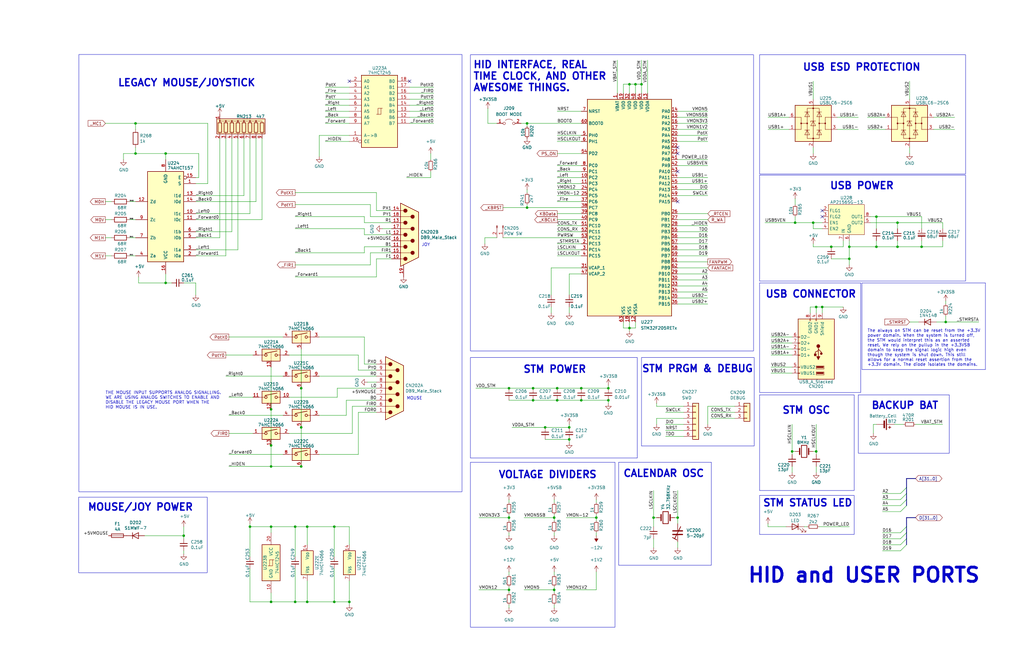
<source format=kicad_sch>
(kicad_sch (version 20231120) (generator "eeschema") (generator_version "8.0")
  (paper "B")
  (title_block (title "AMIGA PCI") (date "2025-03-12") (rev "5.1"))
  (junction (at 234.95 163.83))
  (junction (at 124.46 254))
  (junction (at 398.78 135.89))
  (junction (at 214.63 163.83))
  (junction (at 140.97 222.25))
  (junction (at 256.54 163.83))
  (junction (at 114.3 254))
  (junction (at 270.51 35.56))
  (junction (at 234.95 168.91))
  (junction (at 245.11 168.91))
  (junction (at 105.41 222.25))
  (junction (at 369.57 91.44))
  (junction (at 233.68 248.92))
  (junction (at 222.25 87.63))
  (junction (at 57.15 64.77))
  (junction (at 378.46 104.14))
  (junction (at 233.68 218.44))
  (junction (at 69.85 119.38))
  (junction (at 69.85 64.77))
  (junction (at 265.43 35.56))
  (junction (at 388.62 104.14))
  (junction (at 222.25 52.07))
  (junction (at 57.15 52.07))
  (junction (at 256.54 168.91))
  (junction (at 275.59 218.44))
  (junction (at 129.54 222.25))
  (junction (at 127 163.83))
  (junction (at 77.47 226.06))
  (junction (at 114.3 222.25))
  (junction (at 344.17 129.54))
  (junction (at 127 196.85))
  (junction (at 129.54 254))
  (junction (at 346.71 129.54))
  (junction (at 358.14 109.22))
  (junction (at 240.03 180.34))
  (junction (at 127 180.34))
  (junction (at 245.11 163.83))
  (junction (at 224.79 163.83))
  (junction (at 240.03 185.42))
  (junction (at 114.3 196.85))
  (junction (at 114.3 187.96))
  (junction (at 229.87 180.34))
  (junction (at 350.52 104.14))
  (junction (at 335.28 93.98))
  (junction (at 214.63 248.92))
  (junction (at 265.43 138.43))
  (junction (at 214.63 218.44))
  (junction (at 251.46 218.44))
  (junction (at 334.01 190.5))
  (junction (at 124.46 222.25))
  (junction (at 358.14 104.14))
  (junction (at 147.32 254))
  (junction (at 267.97 35.56))
  (junction (at 224.79 168.91))
  (junction (at 140.97 254))
  (junction (at 342.9 93.98))
  (junction (at 114.3 172.72))
  (junction (at 344.17 190.5))
  (junction (at 369.57 104.14))
  (junction (at 285.75 218.44))
  (junction (at 378.46 93.98))
  (no_connect (at 285.75 64.77))
  (no_connect (at 285.75 62.23))
  (no_connect (at 346.71 88.9))
  (no_connect (at 147.32 34.29))
  (no_connect (at 172.72 34.29))
  (no_connect (at 346.71 91.44))
  (no_connect (at 285.75 72.39))
  (no_connect (at 285.75 85.09))
  (bus_entry (at 379.73 208.28) (size 2.54 -2.54))
  (bus_entry (at 379.73 232.41) (size 2.54 -2.54))
  (bus_entry (at 379.73 210.82) (size 2.54 -2.54))
  (bus_entry (at 379.73 213.36) (size 2.54 -2.54))
  (bus_entry (at 379.73 227.33) (size 2.54 -2.54))
  (bus_entry (at 379.73 229.87) (size 2.54 -2.54))
  (bus_entry (at 379.73 224.79) (size 2.54 -2.54))
  (bus_entry (at 379.73 215.9) (size 2.54 -2.54))
  (wire (pts (xy 201.93 218.44) (xy 214.63 218.44)))
  (wire (pts (xy 285.75 59.69) (xy 298.45 59.69)))
  (wire (pts (xy 171.45 74.93) (xy 181.61 74.93)))
  (wire (pts (xy 262.89 138.43) (xy 265.43 138.43)))
  (wire (pts (xy 214.63 217.17) (xy 214.63 218.44)))
  (wire (pts (xy 95.25 149.86) (xy 106.68 149.86)))
  (wire (pts (xy 378.46 101.6) (xy 378.46 104.14)))
  (wire (pts (xy 285.75 220.98) (xy 285.75 218.44)))
  (wire (pts (xy 344.17 190.5) (xy 344.17 179.07)))
  (wire (pts (xy 95.25 58.42) (xy 95.25 107.95)))
  (wire (pts (xy 233.68 210.82) (xy 233.68 212.09)))
  (wire (pts (xy 114.3 196.85) (xy 127 196.85)))
  (wire (pts (xy 285.75 100.33) (xy 298.45 100.33)))
  (wire (pts (xy 265.43 35.56) (xy 265.43 39.37)))
  (wire (pts (xy 372.11 227.33) (xy 379.73 227.33)))
  (wire (pts (xy 275.59 227.33) (xy 275.59 231.14)))
  (wire (pts (xy 96.52 191.77) (xy 119.38 191.77)))
  (wire (pts (xy 285.75 105.41) (xy 298.45 105.41)))
  (wire (pts (xy 353.06 49.53) (xy 361.95 49.53)))
  (wire (pts (xy 358.14 222.25) (xy 345.44 222.25)))
  (wire (pts (xy 182.88 39.37) (xy 172.72 39.37)))
  (wire (pts (xy 77.47 226.06) (xy 77.47 227.33)))
  (wire (pts (xy 285.75 90.17) (xy 298.45 90.17)))
  (wire (pts (xy 334.01 149.86) (xy 325.12 149.86)))
  (wire (pts (xy 147.32 229.87) (xy 147.32 222.25)))
  (wire (pts (xy 260.35 25.4) (xy 260.35 39.37)))
  (wire (pts (xy 378.46 93.98) (xy 378.46 96.52)))
  (wire (pts (xy 114.3 250.19) (xy 114.3 254)))
  (wire (pts (xy 161.29 96.52) (xy 165.1 96.52)))
  (wire (pts (xy 365.76 54.61) (xy 373.38 54.61)))
  (wire (pts (xy 96.52 196.85) (xy 114.3 196.85)))
  (wire (pts (xy 288.29 173.99) (xy 280.67 173.99)))
  (wire (pts (xy 153.67 93.98) (xy 165.1 93.98)))
  (wire (pts (xy 154.94 161.29) (xy 158.75 161.29)))
  (wire (pts (xy 234.95 168.91) (xy 245.11 168.91)))
  (wire (pts (xy 114.3 172.72) (xy 114.3 187.96)))
  (wire (pts (xy 134.62 191.77) (xy 151.13 191.77)))
  (wire (pts (xy 397.51 101.6) (xy 397.51 104.14)))
  (wire (pts (xy 124.46 86.36) (xy 156.21 86.36)))
  (wire (pts (xy 288.29 171.45) (xy 276.86 171.45)))
  (wire (pts (xy 212.09 100.33) (xy 245.11 100.33)))
  (wire (pts (xy 233.68 224.79) (xy 233.68 226.06)))
  (wire (pts (xy 233.68 218.44) (xy 233.68 219.71)))
  (wire (pts (xy 335.28 93.98) (xy 342.9 93.98)))
  (wire (pts (xy 114.3 222.25) (xy 114.3 224.79)))
  (wire (pts (xy 214.63 168.91) (xy 224.79 168.91)))
  (wire (pts (xy 331.47 222.25) (xy 323.85 222.25)))
  (wire (pts (xy 44.45 92.71) (xy 46.99 92.71)))
  (wire (pts (xy 124.46 81.28) (xy 158.75 81.28)))
  (wire (pts (xy 288.29 176.53) (xy 276.86 176.53)))
  (wire (pts (xy 233.68 248.92) (xy 233.68 250.19)))
  (wire (pts (xy 97.79 97.79) (xy 97.79 58.42)))
  (wire (pts (xy 129.54 222.25) (xy 124.46 222.25)))
  (wire (pts (xy 121.92 167.64) (xy 142.24 167.64)))
  (wire (pts (xy 82.55 107.95) (xy 95.25 107.95)))
  (wire (pts (xy 240.03 129.54) (xy 240.03 132.08)))
  (wire (pts (xy 137.16 41.91) (xy 147.32 41.91)))
  (wire (pts (xy 234.95 97.79) (xy 245.11 97.79)))
  (wire (pts (xy 372.11 224.79) (xy 379.73 224.79)))
  (wire (pts (xy 129.54 222.25) (xy 140.97 222.25)))
  (wire (pts (xy 265.43 135.89) (xy 265.43 138.43)))
  (wire (pts (xy 288.29 181.61) (xy 280.67 181.61)))
  (bus (pts (xy 382.27 201.93) (xy 382.27 205.74)))
  (wire (pts (xy 325.12 147.32) (xy 334.01 147.32)))
  (wire (pts (xy 233.68 247.65) (xy 233.68 248.92)))
  (wire (pts (xy 285.75 125.73) (xy 298.45 125.73)))
  (wire (pts (xy 151.13 173.99) (xy 151.13 191.77)))
  (wire (pts (xy 129.54 222.25) (xy 129.54 229.87)))
  (wire (pts (xy 251.46 210.82) (xy 251.46 212.09)))
  (wire (pts (xy 124.46 222.25) (xy 114.3 222.25)))
  (wire (pts (xy 335.28 91.44) (xy 335.28 93.98)))
  (wire (pts (xy 285.75 128.27) (xy 298.45 128.27)))
  (wire (pts (xy 346.71 129.54) (xy 355.6 129.54)))
  (wire (pts (xy 285.75 57.15) (xy 298.45 57.15)))
  (wire (pts (xy 134.62 57.15) (xy 134.62 66.04)))
  (bus (pts (xy 382.27 218.44) (xy 382.27 222.25)))
  (wire (pts (xy 182.88 52.07) (xy 172.72 52.07)))
  (wire (pts (xy 368.3 179.07) (xy 369.57 179.07)))
  (wire (pts (xy 124.46 91.44) (xy 153.67 91.44)))
  (wire (pts (xy 344.17 129.54) (xy 341.63 129.54)))
  (wire (pts (xy 368.3 179.07) (xy 368.3 182.88)))
  (wire (pts (xy 52.07 64.77) (xy 52.07 67.31)))
  (wire (pts (xy 369.57 91.44) (xy 388.62 91.44)))
  (wire (pts (xy 285.75 95.25) (xy 298.45 95.25)))
  (wire (pts (xy 288.29 179.07) (xy 280.67 179.07)))
  (wire (pts (xy 129.54 254) (xy 140.97 254)))
  (wire (pts (xy 388.62 104.14) (xy 397.51 104.14)))
  (wire (pts (xy 137.16 44.45) (xy 147.32 44.45)))
  (wire (pts (xy 393.7 54.61) (xy 402.59 54.61)))
  (bus (pts (xy 382.27 227.33) (xy 382.27 229.87)))
  (wire (pts (xy 214.63 247.65) (xy 214.63 248.92)))
  (wire (pts (xy 121.92 182.88) (xy 148.59 182.88)))
  (wire (pts (xy 214.63 218.44) (xy 214.63 219.71)))
  (wire (pts (xy 344.17 190.5) (xy 344.17 191.77)))
  (wire (pts (xy 267.97 35.56) (xy 267.97 39.37)))
  (wire (pts (xy 372.11 215.9) (xy 379.73 215.9)))
  (wire (pts (xy 222.25 53.34) (xy 222.25 52.07)))
  (wire (pts (xy 232.41 113.03) (xy 232.41 124.46)))
  (wire (pts (xy 358.14 104.14) (xy 369.57 104.14)))
  (wire (pts (xy 102.87 58.42) (xy 102.87 82.55)))
  (wire (pts (xy 137.16 46.99) (xy 147.32 46.99)))
  (wire (pts (xy 325.12 157.48) (xy 334.01 157.48)))
  (wire (pts (xy 153.67 104.14) (xy 165.1 104.14)))
  (wire (pts (xy 386.08 179.07) (xy 397.51 179.07)))
  (wire (pts (xy 285.75 110.49) (xy 298.45 110.49)))
  (wire (pts (xy 114.3 154.94) (xy 114.3 172.72)))
  (wire (pts (xy 372.11 229.87) (xy 379.73 229.87)))
  (wire (pts (xy 344.17 196.85) (xy 344.17 199.39)))
  (wire (pts (xy 234.95 163.83) (xy 245.11 163.83)))
  (wire (pts (xy 377.19 179.07) (xy 381 179.07)))
  (wire (pts (xy 262.89 135.89) (xy 262.89 138.43)))
  (wire (pts (xy 234.95 82.55) (xy 245.11 82.55)))
  (wire (pts (xy 240.03 115.57) (xy 245.11 115.57)))
  (wire (pts (xy 342.9 93.98) (xy 346.71 93.98)))
  (wire (pts (xy 209.55 100.33) (xy 204.47 100.33)))
  (wire (pts (xy 224.79 168.91) (xy 234.95 168.91)))
  (wire (pts (xy 270.51 25.4) (xy 270.51 35.56)))
  (wire (pts (xy 44.45 107.95) (xy 46.99 107.95)))
  (wire (pts (xy 140.97 240.03) (xy 140.97 254)))
  (wire (pts (xy 82.55 97.79) (xy 97.79 97.79)))
  (wire (pts (xy 92.71 58.42) (xy 92.71 100.33)))
  (wire (pts (xy 82.55 119.38) (xy 77.47 119.38)))
  (wire (pts (xy 82.55 77.47) (xy 87.63 77.47)))
  (wire (pts (xy 82.55 92.71) (xy 110.49 92.71)))
  (wire (pts (xy 127 147.32) (xy 127 163.83)))
  (wire (pts (xy 124.46 222.25) (xy 124.46 234.95)))
  (wire (pts (xy 388.62 91.44) (xy 388.62 96.52)))
  (wire (pts (xy 245.11 113.03) (xy 232.41 113.03)))
  (wire (pts (xy 222.25 80.01) (xy 222.25 81.28)))
  (wire (pts (xy 233.68 217.17) (xy 233.68 218.44)))
  (wire (pts (xy 365.76 49.53) (xy 373.38 49.53)))
  (wire (pts (xy 388.62 101.6) (xy 388.62 104.14)))
  (wire (pts (xy 251.46 224.79) (xy 251.46 226.06)))
  (wire (pts (xy 96.52 142.24) (xy 119.38 142.24)))
  (wire (pts (xy 240.03 179.07) (xy 240.03 180.34)))
  (wire (pts (xy 153.67 99.06) (xy 165.1 99.06)))
  (wire (pts (xy 265.43 138.43) (xy 267.97 138.43)))
  (wire (pts (xy 262.89 35.56) (xy 265.43 35.56)))
  (wire (pts (xy 323.85 54.61) (xy 332.74 54.61)))
  (wire (pts (xy 151.13 156.21) (xy 158.75 156.21)))
  (wire (pts (xy 344.17 129.54) (xy 344.17 132.08)))
  (wire (pts (xy 105.41 58.42) (xy 105.41 90.17)))
  (wire (pts (xy 298.45 171.45) (xy 298.45 179.07)))
  (bus (pts (xy 382.27 210.82) (xy 382.27 213.36)))
  (wire (pts (xy 69.85 67.31) (xy 69.85 64.77)))
  (wire (pts (xy 285.75 228.6) (xy 285.75 231.14)))
  (wire (pts (xy 240.03 186.69) (xy 240.03 185.42)))
  (wire (pts (xy 285.75 97.79) (xy 298.45 97.79)))
  (wire (pts (xy 285.75 92.71) (xy 298.45 92.71)))
  (wire (pts (xy 234.95 59.69) (xy 245.11 59.69)))
  (wire (pts (xy 372.11 208.28) (xy 379.73 208.28)))
  (wire (pts (xy 265.43 139.7) (xy 265.43 138.43)))
  (wire (pts (xy 214.63 224.79) (xy 214.63 226.06)))
  (wire (pts (xy 234.95 77.47) (xy 245.11 77.47)))
  (wire (pts (xy 82.55 85.09) (xy 107.95 85.09)))
  (wire (pts (xy 353.06 54.61) (xy 361.95 54.61)))
  (wire (pts (xy 44.45 100.33) (xy 46.99 100.33)))
  (wire (pts (xy 234.95 72.39) (xy 245.11 72.39)))
  (wire (pts (xy 234.95 92.71) (xy 245.11 92.71)))
  (wire (pts (xy 397.51 93.98) (xy 397.51 96.52)))
  (bus (pts (xy 382.27 222.25) (xy 382.27 224.79)))
  (wire (pts (xy 341.63 132.08) (xy 341.63 129.54)))
  (wire (pts (xy 232.41 129.54) (xy 232.41 132.08)))
  (wire (pts (xy 214.63 210.82) (xy 214.63 212.09)))
  (wire (pts (xy 57.15 64.77) (xy 52.07 64.77)))
  (wire (pts (xy 378.46 93.98) (xy 397.51 93.98)))
  (wire (pts (xy 205.74 52.07) (xy 209.55 52.07)))
  (wire (pts (xy 372.11 210.82) (xy 379.73 210.82)))
  (wire (pts (xy 147.32 255.27) (xy 147.32 254)))
  (wire (pts (xy 146.05 168.91) (xy 158.75 168.91)))
  (wire (pts (xy 234.95 64.77) (xy 245.11 64.77)))
  (wire (pts (xy 158.75 109.22) (xy 165.1 109.22)))
  (wire (pts (xy 358.14 109.22) (xy 358.14 104.14)))
  (wire (pts (xy 220.98 218.44) (xy 233.68 218.44)))
  (wire (pts (xy 267.97 35.56) (xy 270.51 35.56)))
  (wire (pts (xy 325.12 142.24) (xy 334.01 142.24)))
  (wire (pts (xy 285.75 107.95) (xy 298.45 107.95)))
  (wire (pts (xy 153.67 142.24) (xy 153.67 153.67)))
  (wire (pts (xy 245.11 163.83) (xy 256.54 163.83)))
  (wire (pts (xy 251.46 218.44) (xy 251.46 219.71)))
  (wire (pts (xy 201.93 248.92) (xy 214.63 248.92)))
  (wire (pts (xy 342.9 64.77) (xy 342.9 62.23)))
  (wire (pts (xy 156.21 86.36) (xy 156.21 91.44)))
  (wire (pts (xy 220.98 248.92) (xy 233.68 248.92)))
  (wire (pts (xy 222.25 52.07) (xy 245.11 52.07)))
  (wire (pts (xy 323.85 49.53) (xy 332.74 49.53)))
  (bus (pts (xy 386.08 201.93) (xy 382.27 201.93)))
  (wire (pts (xy 398.78 135.89) (xy 412.75 135.89)))
  (wire (pts (xy 234.95 80.01) (xy 245.11 80.01)))
  (wire (pts (xy 256.54 162.56) (xy 256.54 163.83)))
  (wire (pts (xy 325.12 154.94) (xy 334.01 154.94)))
  (wire (pts (xy 124.46 240.03) (xy 124.46 254)))
  (wire (pts (xy 273.05 25.4) (xy 273.05 39.37)))
  (wire (pts (xy 334.01 144.78) (xy 325.12 144.78)))
  (wire (pts (xy 129.54 245.11) (xy 129.54 254)))
  (wire (pts (xy 82.55 100.33) (xy 92.71 100.33)))
  (wire (pts (xy 234.95 74.93) (xy 245.11 74.93)))
  (wire (pts (xy 238.76 218.44) (xy 251.46 218.44)))
  (wire (pts (xy 95.25 158.75) (xy 119.38 158.75)))
  (wire (pts (xy 346.71 96.52) (xy 342.9 96.52)))
  (wire (pts (xy 285.75 77.47) (xy 298.45 77.47)))
  (wire (pts (xy 205.74 45.72) (xy 205.74 52.07)))
  (wire (pts (xy 44.45 85.09) (xy 46.99 85.09)))
  (wire (pts (xy 105.41 234.95) (xy 105.41 222.25)))
  (wire (pts (xy 214.63 248.92) (xy 214.63 250.19)))
  (wire (pts (xy 342.9 102.87) (xy 342.9 104.14)))
  (wire (pts (xy 147.32 254) (xy 147.32 245.11)))
  (wire (pts (xy 285.75 207.01) (xy 285.75 218.44)))
  (wire (pts (xy 285.75 120.65) (xy 298.45 120.65)))
  (wire (pts (xy 285.75 49.53) (xy 298.45 49.53)))
  (wire (pts (xy 358.14 101.6) (xy 358.14 104.14)))
  (wire (pts (xy 212.09 87.63) (xy 222.25 87.63)))
  (wire (pts (xy 140.97 222.25) (xy 140.97 234.95)))
  (wire (pts (xy 276.86 176.53) (xy 276.86 179.07)))
  (wire (pts (xy 229.87 180.34) (xy 240.03 180.34)))
  (wire (pts (xy 147.32 57.15) (xy 134.62 57.15)))
  (wire (pts (xy 299.72 173.99) (xy 309.88 173.99)))
  (wire (pts (xy 96.52 182.88) (xy 106.68 182.88)))
  (wire (pts (xy 158.75 116.84) (xy 158.75 109.22)))
  (wire (pts (xy 214.63 163.83) (xy 224.79 163.83)))
  (wire (pts (xy 265.43 35.56) (xy 267.97 35.56)))
  (wire (pts (xy 137.16 39.37) (xy 147.32 39.37)))
  (wire (pts (xy 105.41 240.03) (xy 105.41 254)))
  (wire (pts (xy 233.68 241.3) (xy 233.68 242.57)))
  (wire (pts (xy 369.57 101.6) (xy 369.57 104.14)))
  (wire (pts (xy 334.01 190.5) (xy 334.01 191.77)))
  (bus (pts (xy 382.27 208.28) (xy 382.27 210.82)))
  (wire (pts (xy 156.21 106.68) (xy 165.1 106.68)))
  (wire (pts (xy 107.95 85.09) (xy 107.95 58.42)))
  (wire (pts (xy 285.75 67.31) (xy 298.45 67.31)))
  (wire (pts (xy 378.46 104.14) (xy 388.62 104.14)))
  (wire (pts (xy 96.52 167.64) (xy 106.68 167.64)))
  (wire (pts (xy 54.61 92.71) (xy 57.15 92.71)))
  (wire (pts (xy 234.95 105.41) (xy 245.11 105.41)))
  (wire (pts (xy 127 163.83) (xy 127 180.34)))
  (wire (pts (xy 372.11 213.36) (xy 379.73 213.36)))
  (wire (pts (xy 394.97 135.89) (xy 398.78 135.89)))
  (wire (pts (xy 251.46 241.3) (xy 251.46 248.92)))
  (wire (pts (xy 182.88 41.91) (xy 172.72 41.91)))
  (wire (pts (xy 182.88 49.53) (xy 172.72 49.53)))
  (wire (pts (xy 233.68 255.27) (xy 233.68 256.54)))
  (wire (pts (xy 383.54 34.29) (xy 383.54 41.91)))
  (wire (pts (xy 54.61 85.09) (xy 57.15 85.09)))
  (wire (pts (xy 134.62 158.75) (xy 158.75 158.75)))
  (wire (pts (xy 105.41 254) (xy 114.3 254)))
  (wire (pts (xy 346.71 129.54) (xy 344.17 129.54)))
  (wire (pts (xy 153.67 91.44) (xy 153.67 93.98)))
  (wire (pts (xy 285.75 80.01) (xy 298.45 80.01)))
  (wire (pts (xy 114.3 254) (xy 124.46 254)))
  (wire (pts (xy 214.63 255.27) (xy 214.63 256.54)))
  (wire (pts (xy 137.16 59.69) (xy 147.32 59.69)))
  (wire (pts (xy 358.14 109.22) (xy 350.52 109.22)))
  (wire (pts (xy 342.9 104.14) (xy 350.52 104.14)))
  (wire (pts (xy 285.75 113.03) (xy 298.45 113.03)))
  (wire (pts (xy 69.85 119.38) (xy 69.85 115.57)))
  (wire (pts (xy 234.95 95.25) (xy 245.11 95.25)))
  (wire (pts (xy 222.25 86.36) (xy 222.25 87.63)))
  (wire (pts (xy 127 180.34) (xy 127 196.85)))
  (wire (pts (xy 275.59 218.44) (xy 276.86 218.44)))
  (wire (pts (xy 124.46 116.84) (xy 158.75 116.84)))
  (wire (pts (xy 369.57 91.44) (xy 369.57 96.52)))
  (wire (pts (xy 69.85 64.77) (xy 83.82 64.77)))
  (wire (pts (xy 182.88 44.45) (xy 172.72 44.45)))
  (wire (pts (xy 309.88 171.45) (xy 298.45 171.45)))
  (wire (pts (xy 234.95 102.87) (xy 245.11 102.87)))
  (wire (pts (xy 158.75 173.99) (xy 151.13 173.99)))
  (wire (pts (xy 367.03 93.98) (xy 378.46 93.98)))
  (wire (pts (xy 100.33 58.42) (xy 100.33 105.41)))
  (wire (pts (xy 54.61 107.95) (xy 57.15 107.95)))
  (wire (pts (xy 182.88 36.83) (xy 172.72 36.83)))
  (wire (pts (xy 245.11 168.91) (xy 256.54 168.91)))
  (wire (pts (xy 158.75 171.45) (xy 148.59 171.45)))
  (wire (pts (xy 137.16 49.53) (xy 147.32 49.53)))
  (wire (pts (xy 134.62 175.26) (xy 146.05 175.26)))
  (wire (pts (xy 334.01 196.85) (xy 334.01 199.39)))
  (wire (pts (xy 44.45 52.07) (xy 57.15 52.07)))
  (wire (pts (xy 350.52 104.14) (xy 355.6 104.14)))
  (wire (pts (xy 82.55 90.17) (xy 105.41 90.17)))
  (wire (pts (xy 369.57 104.14) (xy 378.46 104.14)))
  (wire (pts (xy 372.11 232.41) (xy 379.73 232.41)))
  (wire (pts (xy 398.78 127) (xy 398.78 128.27)))
  (wire (pts (xy 153.67 106.68) (xy 153.67 104.14)))
  (wire (pts (xy 124.46 106.68) (xy 153.67 106.68)))
  (wire (pts (xy 105.41 222.25) (xy 114.3 222.25)))
  (wire (pts (xy 142.24 167.64) (xy 142.24 163.83)))
  (wire (pts (xy 83.82 74.93) (xy 83.82 64.77)))
  (wire (pts (xy 275.59 222.25) (xy 275.59 218.44)))
  (wire (pts (xy 72.39 119.38) (xy 69.85 119.38)))
  (wire (pts (xy 342.9 34.29) (xy 342.9 41.91)))
  (wire (pts (xy 124.46 111.76) (xy 156.21 111.76)))
  (wire (pts (xy 256.54 170.18) (xy 256.54 168.91)))
  (wire (pts (xy 158.75 81.28) (xy 158.75 88.9)))
  (wire (pts (xy 204.47 100.33) (xy 204.47 102.87)))
  (wire (pts (xy 181.61 64.77) (xy 181.61 67.31)))
  (wire (pts (xy 398.78 133.35) (xy 398.78 135.89)))
  (wire (pts (xy 219.71 52.07) (xy 222.25 52.07)))
  (wire (pts (xy 87.63 52.07) (xy 57.15 52.07)))
  (wire (pts (xy 285.75 102.87) (xy 298.45 102.87)))
  (wire (pts (xy 96.52 175.26) (xy 119.38 175.26)))
  (wire (pts (xy 87.63 77.47) (xy 87.63 52.07)))
  (wire (pts (xy 156.21 91.44) (xy 165.1 91.44)))
  (wire (pts (xy 342.9 96.52) (xy 342.9 93.98)))
  (wire (pts (xy 137.16 52.07) (xy 147.32 52.07)))
  (wire (pts (xy 148.59 171.45) (xy 148.59 182.88)))
  (wire (pts (xy 222.25 87.63) (xy 245.11 87.63)))
  (wire (pts (xy 383.54 135.89) (xy 387.35 135.89)))
  (wire (pts (xy 285.75 69.85) (xy 298.45 69.85)))
  (wire (pts (xy 275.59 218.44) (xy 275.59 207.01)))
  (wire (pts (xy 137.16 36.83) (xy 147.32 36.83)))
  (wire (pts (xy 393.7 49.53) (xy 402.59 49.53)))
  (wire (pts (xy 151.13 149.86) (xy 151.13 156.21)))
  (wire (pts (xy 285.75 46.99) (xy 298.45 46.99)))
  (wire (pts (xy 158.75 88.9) (xy 165.1 88.9)))
  (bus (pts (xy 382.27 224.79) (xy 382.27 227.33)))
  (wire (pts (xy 156.21 111.76) (xy 156.21 106.68)))
  (wire (pts (xy 140.97 222.25) (xy 147.32 222.25)))
  (wire (pts (xy 342.9 190.5) (xy 344.17 190.5)))
  (wire (pts (xy 234.95 46.99) (xy 245.11 46.99)))
  (wire (pts (xy 82.55 105.41) (xy 100.33 105.41)))
  (wire (pts (xy 276.86 170.18) (xy 276.86 171.45)))
  (wire (pts (xy 110.49 92.71) (xy 110.49 58.42)))
  (wire (pts (xy 285.75 115.57) (xy 298.45 115.57)))
  (wire (pts (xy 134.62 142.24) (xy 153.67 142.24)))
  (wire (pts (xy 285.75 74.93) (xy 298.45 74.93)))
  (wire (pts (xy 57.15 62.23) (xy 57.15 64.77)))
  (wire (pts (xy 57.15 54.61) (xy 57.15 52.07)))
  (wire (pts (xy 83.82 74.93) (xy 82.55 74.93)))
  (wire (pts (xy 322.58 93.98) (xy 335.28 93.98)))
  (wire (pts (xy 234.95 85.09) (xy 245.11 85.09)))
  (wire (pts (xy 285.75 54.61) (xy 298.45 54.61)))
  (wire (pts (xy 285.75 218.44) (xy 284.48 218.44)))
  (wire (pts (xy 355.6 101.6) (xy 355.6 104.14)))
  (wire (pts (xy 215.9 180.34) (xy 229.87 180.34)))
  (wire (pts (xy 214.63 241.3) (xy 214.63 242.57)))
  (wire (pts (xy 285.75 118.11) (xy 298.45 118.11)))
  (wire (pts (xy 121.92 149.86) (xy 151.13 149.86)))
  (wire (pts (xy 142.24 163.83) (xy 158.75 163.83)))
  (wire (pts (xy 340.36 222.25) (xy 339.09 222.25)))
  (wire (pts (xy 335.28 83.82) (xy 335.28 86.36)))
  (wire (pts (xy 224.79 163.83) (xy 234.95 163.83)))
  (wire (pts (xy 124.46 254) (xy 129.54 254)))
  (wire (pts (xy 240.03 124.46) (xy 240.03 115.57)))
  (wire (pts (xy 181.61 72.39) (xy 181.61 74.93)))
  (wire (pts (xy 60.96 226.06) (xy 77.47 226.06)))
  (wire (pts (xy 346.71 129.54) (xy 346.71 132.08)))
  (wire (pts (xy 153.67 153.67) (xy 158.75 153.67)))
  (bus (pts (xy 386.08 218.44) (xy 382.27 218.44)))
  (wire (pts (xy 147.32 254) (xy 140.97 254)))
  (wire (pts (xy 77.47 232.41) (xy 77.47 233.68)))
  (wire (pts (xy 334.01 190.5) (xy 335.28 190.5)))
  (wire (pts (xy 383.54 64.77) (xy 383.54 62.23)))
  (wire (pts (xy 358.14 111.76) (xy 358.14 109.22)))
  (wire (pts (xy 124.46 96.52) (xy 153.67 96.52)))
  (wire (pts (xy 234.95 69.85) (xy 245.11 69.85)))
  (wire (pts (xy 58.42 116.84) (xy 58.42 119.38)))
  (wire (pts (xy 299.72 176.53) (xy 309.88 176.53)))
  (wire (pts (xy 146.05 175.26) (xy 146.05 168.91)))
  (wire (pts (xy 251.46 217.17) (xy 251.46 218.44)))
  (wire (pts (xy 77.47 226.06) (xy 77.47 222.25)))
  (wire (pts (xy 229.87 185.42) (xy 240.03 185.42)))
  (wire (pts (xy 58.42 119.38) (xy 69.85 119.38)))
  (wire (pts (xy 82.55 124.46) (xy 82.55 119.38)))
  (wire (pts (xy 285.75 123.19) (xy 298.45 123.19)))
  (wire (pts (xy 200.66 163.83) (xy 214.63 163.83)))
  (wire (pts (xy 334.01 179.07) (xy 334.01 190.5)))
  (wire (pts (xy 367.03 91.44) (xy 369.57 91.44)))
  (bus (pts (xy 382.27 205.74) (xy 382.27 208.28)))
  (wire (pts (xy 262.89 39.37) (xy 262.89 35.56)))
  (wire (pts (xy 105.41 220.98) (xy 105.41 222.25)))
  (wire (pts (xy 54.61 100.33) (xy 57.15 100.33)))
  (wire (pts (xy 270.51 35.56) (xy 270.51 39.37)))
  (wire (pts (xy 288.29 184.15) (xy 280.67 184.15)))
  (wire (pts (xy 182.88 46.99) (xy 172.72 46.99)))
  (wire (pts (xy 285.75 52.07) (xy 298.45 52.07)))
  (wire (pts (xy 114.3 187.96) (xy 114.3 196.85)))
  (wire (pts (xy 57.15 64.77) (xy 69.85 64.77)))
  (wire (pts (xy 234.95 57.15) (xy 245.11 57.15)))
  (wire (pts (xy 153.67 96.52) (xy 153.67 99.06)))
  (wire (pts (xy 323.85 220.98) (xy 323.85 222.25)))
  (wire (pts (xy 267.97 138.43) (xy 267.97 135.89)))
  (wire (pts (xy 285.75 82.55) (xy 298.45 82.55)))
  (wire (pts (xy 234.95 90.17) (xy 245.11 90.17)))
  (wire (pts (xy 238.76 248.92) (xy 251.46 248.92)))
  (wire (pts (xy 234.95 107.95) (xy 245.11 107.95)))
  (wire (pts (xy 82.55 82.55) (xy 102.87 82.55)))
  (rectangle (start 320.294 166.624) (end 360.172 207.01))
  (rectangle (start 320.294 119.38) (end 362.966 165.608))
  (rectangle (start 33.274 22.987) (end 194.818 207.518))
  (rectangle (start 198.374 195.072) (end 259.334 264.668))
  (rectangle (start 320.294 23.114) (end 407.162 73.406))
  (rectangle (start 260.858 195.072) (end 299.974 238.506))
  (rectangle (start 198.374 23.114) (end 317.754 148.082))
  (rectangle (start 270.51 150.876) (end 318.008 188.214))
  (rectangle (start 361.95 166.624) (end 400.304 191.262))
  (rectangle (start 198.374 150.876) (end 268.732 193.294))
  (rectangle (start 33.147 209.804) (end 87.376 241.681))
  (rectangle (start 320.294 73.914) (end 407.162 118.618))
  (rectangle (start 363.474 119.38) (end 415.544 155.956))
  (rectangle (start 320.294 209.042) (end 360.172 225.552))
  (text "USB POWER" (at 349.758 80.264 0) (effects (font (size 3 3) (thickness 0.6) (bold yes)) (justify left bottom)))
  (text "CALENDAR OSC" (at 262.636 201.676 0) (effects (font (size 3 3) (thickness 0.6) (bold yes)) (justify left bottom)))
  (text "STM STATUS LED" (at 321.564 214.122 0) (effects (font (size 3 3) (thickness 0.6) (bold yes)) (justify left bottom)))
  (text "THE MOUSE INPUT SUPPORTS ANALOG SIGNALLING.\nWE ARE USING ANALOG SWITCHES TO ENABLE AND\nDISABLE THE LEGACY MOUSE PORT WHEN THE\nHID MOUSE IS IN USE." (at 44.45 172.72 0) (effects (font (size 1.27 1.27)) (justify left bottom)))
  (text "USB CONNECTOR" (at 322.58 125.984 0) (effects (font (size 3 3) (thickness 0.6) (bold yes)) (justify left bottom)))
  (text "VOLTAGE DIVIDERS" (at 210.058 202.184 0) (effects (font (size 3 3) (thickness 0.6) (bold yes)) (justify left bottom)))
  (text "HID and USER PORTS" (at 314.96 246.38 0) (effects (font (size 6 6) (thickness 1.2) (bold yes)) (justify left bottom)))
  (text "The always on STM can be reset from the +3.3V\npower domain. When the system is turned off,\nthe STM would interpret this as an asserted\nreset. We rely on the pullup in the +3.3VSB\ndomain to keep the signal logic high even\nthough the system is shut down. This still\nallows for a normal reset assertion from the\n+3.3V domain. The diode isolates the domains." (at 365.76 146.812 0) (effects (font (size 1.27 1.27)) (justify left)))
  (text "LEGACY MOUSE/JOYSTICK" (at 49.53 36.83 0) (effects (font (size 3 3) (thickness 0.6) (bold yes)) (justify left bottom)))
  (text "MOUSE/JOY POWER" (at 36.83 215.9 0) (effects (font (size 3 3) (thickness 0.6) (bold yes)) (justify left bottom)))
  (text "STM OSC" (at 329.692 175.006 0) (effects (font (size 3 3) (thickness 0.6) (bold yes)) (justify left bottom)))
  (text "STM POWER" (at 220.472 157.734 0) (effects (font (size 3 3) (thickness 0.6) (bold yes)) (justify left bottom)))
  (text "HID INTERFACE, REAL\nTIME CLOCK, AND OTHER\nAWESOME THINGS." (at 199.39 38.862 0) (effects (font (size 3 3) (thickness 0.6) (bold yes)) (justify left bottom)))
  (text "MOUSE" (at 171.45 168.91 0) (effects (font (size 1.27 1.27)) (justify left bottom)))
  (text "JOY" (at 177.8 104.14 0) (effects (font (size 1.27 1.27)) (justify left bottom)))
  (text "BACKUP BAT" (at 367.284 172.974 0) (effects (font (size 3 3) (thickness 0.6) (bold yes)) (justify left bottom)))
  (text "STM PRGM & DEBUG" (at 294.132 157.48 0) (effects (font (size 3 3) (thickness 0.6) (bold yes)) (justify bottom)))
  (text "USB ESD PROTECTION" (at 338.328 30.226 0) (effects (font (size 3 3) (thickness 0.6) (bold yes)) (justify left bottom)))
  (label "_HIDEN" (at 171.45 74.93 0))
  (label "SWCLK" (at 298.45 82.55 180))
  (label "USB1A-" (at 325.12 147.32 0))
  (label "USB5VEN" (at 298.45 69.85 180))
  (label "PWRSW" (at 234.95 100.33 0))
  (label "L0" (at 158.75 163.83 180))
  (label "PY1" (at 165.1 91.44 180))
  (label "PotX" (at 298.45 57.15 180))
  (label "USB1-" (at 298.45 74.93 180))
  (label "PX0" (at 158.75 153.67 180))
  (label "PotY" (at 137.16 41.91 0))
  (label "USB1A+" (at 325.12 149.86 0))
  (label "VDD_STM" (at 200.66 163.83 0))
  (label "USB1A-" (at 361.95 49.53 180))
  (label "_HIDEN" (at 137.16 59.69 0))
  (label "PotX" (at 137.16 36.83 0))
  (label "VDD_STM" (at 270.51 25.4 270))
  (label "_Forward0" (at 182.88 52.07 180))
  (label "POWER_LED" (at 298.45 67.31 180))
  (label "DIO" (at 280.67 179.07 0))
  (label "D18" (at 372.11 229.87 0))
  (label "MV1" (at 54.61 107.95 0) (effects (font (size 0.5 0.5))))
  (label "PotX0" (at 182.88 36.83 180))
  (label "USB2-" (at 298.45 125.73 180))
  (label "_Left" (at 234.95 74.93 0))
  (label "MH1" (at 54.61 100.33 0) (effects (font (size 0.5 0.5))))
  (label "USB2+" (at 365.76 54.61 0))
  (label "USB2A+" (at 325.12 144.78 0))
  (label "USB2A+" (at 365.76 49.53 0))
  (label "USB1+" (at 323.85 54.61 0))
  (label "TDO" (at 280.67 184.15 0))
  (label "_Left0" (at 82.55 90.17 0))
  (label "F1" (at 165.1 109.22 180))
  (label "LSCLKOUT" (at 234.95 107.95 0))
  (label "_Right0" (at 95.25 158.75 0))
  (label "_Back1" (at 82.55 100.33 0))
  (label "TDO" (at 298.45 97.79 180))
  (label "_STMRSTA" (at 412.75 135.89 180))
  (label "VBUS2" (at 383.54 34.29 270))
  (label "USB2+" (at 298.45 128.27 180))
  (label "VMON-12" (at 238.76 218.44 0))
  (label "_Back0" (at 96.52 175.26 0))
  (label "CONS_RX" (at 234.95 97.79 0))
  (label "_Fire" (at 234.95 85.09 0))
  (label "D18" (at 298.45 105.41 180))
  (label "_Back1" (at 124.46 106.68 0))
  (label "A4" (at 372.11 213.36 0))
  (label "VDDA_STM" (at 215.9 180.34 0))
  (label "USB2A-" (at 402.59 49.53 180))
  (label "MH0" (at 54.61 85.09 0) (effects (font (size 0.5 0.5))))
  (label "_Back0" (at 82.55 85.09 0))
  (label "_Back" (at 234.95 72.39 0))
  (label "VBAT_STM" (at 397.51 179.07 180))
  (label "VMON1V2" (at 298.45 54.61 180))
  (label "_Left1" (at 124.46 96.52 0))
  (label "D19" (at 372.11 232.41 0))
  (label "_Back0" (at 182.88 49.53 180))
  (label "VMON12" (at 201.93 248.92 0))
  (label "HSCLKIN" (at 334.01 179.07 270))
  (label "_Right0" (at 182.88 44.45 180))
  (label "+5VMOUSE" (at 158.75 166.37 180))
  (label "_Right" (at 234.95 77.47 0))
  (label "VBAT_STM" (at 260.35 25.4 270))
  (label "FOR0" (at 158.75 173.99 180))
  (label "+5VMOUSE" (at 165.1 101.6 180))
  (label "_Left" (at 137.16 46.99 0))
  (label "PotY0" (at 182.88 41.91 180))
  (label "HSCLKOUT" (at 234.95 59.69 0))
  (label "LSCLKIN" (at 234.95 105.41 0))
  (label "R1" (at 165.1 93.98 180))
  (label "R0" (at 158.75 158.75 180))
  (label "MV0" (at 54.61 92.71 0) (effects (font (size 0.5 0.5))))
  (label "USB2-" (at 402.59 54.61 180))
  (label "A3" (at 298.45 118.11 180))
  (label "USB1-" (at 361.95 54.61 180))
  (label "VMON5SB" (at 298.45 49.53 180))
  (label "_Right1" (at 124.46 91.44 0))
  (label "VMON1V2" (at 238.76 248.92 0))
  (label "NRST" (at 234.95 46.99 0))
  (label "VMON12" (at 234.95 80.01 0))
  (label "_Forward1" (at 82.55 107.95 0))
  (label "PY0" (at 158.75 156.21 180))
  (label "CONS_TX" (at 234.95 95.25 0))
  (label "PotY" (at 298.45 59.69 180))
  (label "D16" (at 372.11 224.79 0))
  (label "A5" (at 298.45 123.19 180))
  (label "_Right0" (at 82.55 82.55 0))
  (label "SWCLK" (at 280.67 173.99 0))
  (label "NRST" (at 280.67 181.61 0))
  (label "_HIDEN" (at 298.45 95.25 180))
  (label "VBUS1" (at 342.9 34.29 270))
  (label "A3" (at 372.11 210.82 0))
  (label "D19" (at 298.45 107.95 180))
  (label "A2" (at 298.45 115.57 180))
  (label "B1" (at 165.1 104.14 180))
  (label "VBUS2" (at 397.51 93.98 180))
  (label "VBUS1" (at 388.62 91.44 180))
  (label "_Forward0" (at 82.55 92.71 0))
  (label "_STMRSTA" (at 234.95 102.87 0))
  (label "LSCLKIN" (at 275.59 207.01 270))
  (label "_Left0" (at 96.52 167.64 0))
  (label "_Back" (at 137.16 49.53 0))
  (label "_HIDEN" (at 96.52 196.85 0))
  (label "_Right" (at 137.16 44.45 0))
  (label "_Forward1" (at 124.46 116.84 0))
  (label "VBUS2" (at 325.12 154.94 0))
  (label "_Forward" (at 234.95 69.85 0))
  (label "CONS_RX" (at 299.72 176.53 0))
  (label "_Right1" (at 82.55 97.79 0))
  (label "VBUS1" (at 325.12 157.48 0))
  (label "DIO" (at 298.45 80.01 180))
  (label "_Forward0" (at 96.52 191.77 0))
  (label "D16" (at 298.45 100.33 180))
  (label "VMON5SB" (at 220.98 218.44 0))
  (label "_Left0" (at 182.88 46.99 180))
  (label "_Forward" (at 137.16 52.07 0))
  (label "_Fire" (at 137.16 39.37 0))
  (label "POWER_LED" (at 358.14 222.25 180))
  (label "VMON3V3" (at 298.45 52.07 180))
  (label "VMON-12" (at 234.95 82.55 0))
  (label "VMON5" (at 220.98 248.92 0))
  (label "B0" (at 158.75 168.91 180))
  (label "HSCLKIN" (at 234.95 57.15 0))
  (label "BOOT0" (at 234.95 52.07 0))
  (label "PX1" (at 165.1 88.9 180))
  (label "A2" (at 372.11 208.28 0))
  (label "USB1+" (at 298.45 77.47 180))
  (label "VDDA_STM" (at 273.05 25.4 270))
  (label "L1" (at 165.1 99.06 180))
  (label "_Left1" (at 82.55 105.41 0))
  (label "CONS_TX" (at 299.72 173.99 0))
  (label "VMON5" (at 298.45 46.99 180))
  (label "HSCLKOUT" (at 344.17 179.07 270))
  (label "A5" (at 372.11 215.9 0))
  (label "D17" (at 372.11 227.33 0))
  (label "VMON3V3" (at 201.93 218.44 0))
  (label "USB2A-" (at 325.12 142.24 0))
  (label "FIR1" (at 165.1 106.68 180))
  (label "A4" (at 298.45 120.65 180))
  (label "+5VMOUSE" (at 45.72 226.06 180))
  (label "LSCLKOUT" (at 285.75 207.01 270))
  (label "D17" (at 298.45 102.87 180))
  (label "USB1A+" (at 323.85 49.53 0))
  (label "USB5VEN" (at 322.58 93.98 0))
  (label "_FIR0" (at 182.88 39.37 180))
  (label "FIR0" (at 158.75 171.45 180))
  (global_label "_KBCLK" (shape output) (at 234.95 92.71 180) (property "Intersheetrefs" "${INTERSHEET_REFS}" (at 224.9685 92.71 0) (effects (justify right))))
  (global_label "M1V" (shape output) (at 44.45 107.95 180) (property "Intersheetrefs" "${INTERSHEET_REFS}" (at 37.7947 107.95 0) (effects (justify right))))
  (global_label "FANTACH" (shape input) (at 298.45 113.03 0) (property "Intersheetrefs" "${INTERSHEET_REFS}" (at 309.5996 113.03 0) (effects (justify left))))
  (global_label "FANPWM" (shape output) (at 298.45 110.49 0) (property "Intersheetrefs" "${INTERSHEET_REFS}" (at 309.1157 110.49 0) (effects (justify left))))
  (global_label "_FIR1" (shape output) (at 124.46 111.76 180) (property "Intersheetrefs" "${INTERSHEET_REFS}" (at 116.4137 111.76 0) (effects (justify right))))
  (global_label "PotX0" (shape output) (at 96.52 142.24 180) (property "Intersheetrefs" "${INTERSHEET_REFS}" (at 88.0505 142.24 0) (effects (justify right))))
  (global_label "PotX1" (shape output) (at 124.46 81.28 180) (property "Intersheetrefs" "${INTERSHEET_REFS}" (at 115.9905 81.28 0) (effects (justify right))))
  (global_label "_RTCEN" (shape input) (at 298.45 90.17 0) (property "Intersheetrefs" "${INTERSHEET_REFS}" (at 308.3899 90.17 0) (effects (justify left))))
  (global_label "_MC1" (shape input) (at 44.45 52.07 180) (property "Intersheetrefs" "${INTERSHEET_REFS}" (at 36.6457 52.07 0) (effects (justify right))))
  (global_label "R_WA" (shape input) (at 298.45 92.71 0) (property "Intersheetrefs" "${INTERSHEET_REFS}" (at 306.2128 92.71 0) (effects (justify left))))
  (global_label "_FIR0" (shape output) (at 96.52 182.88 180) (property "Intersheetrefs" "${INTERSHEET_REFS}" (at 88.4737 182.88 0) (effects (justify right))))
  (global_label "PotY0" (shape output) (at 95.25 149.86 180) (property "Intersheetrefs" "${INTERSHEET_REFS}" (at 86.9014 149.86 0) (effects (justify right))))
  (global_label "M0H" (shape output) (at 44.45 85.09 180) (property "Intersheetrefs" "${INTERSHEET_REFS}" (at 37.5528 85.09 0) (effects (justify right))))
  (global_label "A[31..0]" (shape bidirectional) (at 386.08 201.93 0) (property "Intersheetrefs" "${INTERSHEET_REFS}" (at 382.397 204.851 0) (effects (justify left))))
  (global_label "D[31..0]" (shape bidirectional) (at 386.08 218.44 0) (property "Intersheetrefs" "${INTERSHEET_REFS}" (at 382.397 221.361 0) (effects (justify left))))
  (global_label "M0V" (shape output) (at 44.45 92.71 180) (property "Intersheetrefs" "${INTERSHEET_REFS}" (at 37.7947 92.71 0) (effects (justify right))))
  (global_label "_STMRST" (shape input) (at 383.54 135.89 180) (property "Intersheetrefs" "${INTERSHEET_REFS}" (at 372.5116 135.89 0) (effects (justify right))))
  (global_label "M1H" (shape output) (at 44.45 100.33 180) (property "Intersheetrefs" "${INTERSHEET_REFS}" (at 37.5528 100.33 0) (effects (justify right))))
  (global_label "PotY1" (shape output) (at 124.46 86.36 180) (property "Intersheetrefs" "${INTERSHEET_REFS}" (at 116.1114 86.36 0) (effects (justify right))))
  (global_label "_KBRST" (shape output) (at 212.09 87.63 180) (property "Intersheetrefs" "${INTERSHEET_REFS}" (at 202.2295 87.63 0) (effects (justify right))))
  (global_label "PS_ON" (shape output) (at 234.95 64.77 180) (property "Intersheetrefs" "${INTERSHEET_REFS}" (at 225.8567 64.77 0) (effects (justify right))))
  (global_label "KBData" (shape output) (at 234.95 90.17 180) (property "Intersheetrefs" "${INTERSHEET_REFS}" (at 225.2105 90.17 0) (effects (justify right))))
  (symbol (lib_id "Device:C_Small") (at 350.52 106.68 0) (unit 1)
    (property "Reference" "C259" (at 344.424 108.569 0) (effects (justify left)))
    (property "Value" "0.1uF" (at 344.424 110.49 0) (effects (justify left)))
    (property "Footprint" "Capacitor_SMD:C_0603_1608Metric" (effects (hide yes)))
  )
  (symbol (lib_name "GND_1") (lib_id "power:GND") (at 233.68 256.54 0) (unit 1)
    (property "Reference" "#PWR0253" (effects (hide yes)))
    (property "Value" "GND" (at 233.68 261.62 0))
    (property "Description" "Power symbol creates a global label with name \"GND\" , ground" (effects (hide yes)))
  )
  (symbol (lib_id "Device:C_Polarized_Small") (at 388.62 99.06 0) (unit 1)
    (property "Reference" "C216" (at 390.779 97.8702 0) (effects (justify left)))
    (property "Value" "68uF" (at 390.779 99.7912 0) (effects (justify left)))
    (property "Footprint" "Capacitor_THT:CP_Radial_D5.0mm_P2.00mm" (effects (hide yes)))
  )
  (symbol (lib_id "power:GND") (at 285.75 231.14 0) (unit 1)
    (property "Reference" "#PWR0360" (effects (hide yes)))
    (property "Value" "GND" (at 285.877 235.5342 0))
  )
  (symbol (lib_name "STM32F205RETx_1") (lib_id "MCU_ST_STM32F2:STM32F205RETx") (at 265.43 87.63 0) (unit 1)
    (property "Reference" "U227" (at 270.1641 135.89 0) (effects (justify left)))
    (property "Value" "STM32F205RETx" (at 270.1641 138.43 0) (effects (justify left)))
    (property "Footprint" "Package_QFP:LQFP-64_10x10mm_P0.5mm" (effects (hide yes)))
    (property "Datasheet" "https://www.st.com/resource/en/datasheet/stm32f205re.pdf" (effects (hide yes)))
    (property "Description" "STMicroelectronics Arm Cortex-M3 MCU, 512KB flash, 128KB RAM, 120 MHz, 1.8-3.6V, 51 GPIO, LQFP64" (effects (hide yes)))
  )
  (symbol (lib_id "power:GND") (at 265.43 139.7 0) (unit 1)
    (property "Reference" "#PWR0358" (effects (hide yes)))
    (property "Value" "GND" (at 265.557 144.0942 0))
  )
  (symbol (lib_id "Device:C_Small") (at 275.59 224.79 0) (unit 1)
    (property "Reference" "C222" (at 269.748 223.012 0) (effects (justify left)))
    (property "Value" "7pF" (at 271.272 226.822 0) (effects (justify left)))
    (property "Footprint" "Capacitor_SMD:C_0603_1608Metric" (effects (hide yes)))
  )
  (symbol (lib_id "power:+5V") (at 77.47 222.25 0) (unit 1)
    (property "Reference" "#PWR0280" (effects (hide yes)))
    (property "Value" "+5V" (at 77.851 217.8558 0))
    (instances (project "AmigaPCI Mainboard" (path "" (reference "#PWR0280") (unit 1))) (project "2000ATX" (path "" (reference "#PWR0273") (unit 1))))
  )
  (symbol (lib_id "AmigaPCI-Symbols:74LVC245") (at 114.3 237.49 0) (unit 2)
    (property "Reference" "U223" (at 111.76 240.665 90) (effects (justify left)))
    (property "Value" "74HCT245" (at 116.967 242.316 90) (effects (justify left)))
    (property "Footprint" "Package_SO:TSSOP-20_4.4x6.5mm_P0.65mm" (effects (hide yes)))
    (property "Datasheet" "http://www.ti.com/lit/gpn/sn74LS245" (effects (hide yes)))
  )
  (symbol (lib_id "power:+5V") (at 92.71 48.26 0) (unit 1)
    (property "Reference" "#PWR068" (effects (hide yes)))
    (property "Value" "+5V" (at 92.71 44.7581 0))
  )
  (symbol (lib_id "Device:Battery_Cell") (at 372.11 179.07 270) (unit 1)
    (property "Reference" "BT2" (at 374.396 177.8 90) (effects (justify left)))
    (property "Value" "Battery_Cell" (at 366.522 175.514 90) (effects (justify left)))
    (property "Footprint" "Battery:BatteryHolder_Keystone_103_1x20mm" (effects (hide yes)))
  )
  (symbol (lib_id "Device:R_Small") (at 398.78 130.81 0) (unit 1)
    (property "Reference" "R224" (at 400.812 132.842 90) (effects (justify left)))
    (property "Value" "1k" (at 397.002 132.588 90) (effects (justify left)))
    (property "Footprint" "Resistor_SMD:R_0603_1608Metric" (effects (hide yes)))
  )
  (symbol (lib_id "Device:C_Small") (at 224.79 166.37 0) (unit 1)
    (property "Reference" "C207" (at 227.33 165.1062 0) (effects (justify left)))
    (property "Value" "0.1uF" (at 227.33 167.6462 0) (effects (justify left)))
    (property "Footprint" "Capacitor_SMD:C_0603_1608Metric" (effects (hide yes)))
  )
  (symbol (lib_id "Jumper:Jumper_2_Open") (at 214.63 52.07 0) (unit 1)
    (property "Reference" "J209" (at 214.63 45.72 0))
    (property "Value" "BOOT MODE" (at 214.63 48.26 0))
    (property "Footprint" "Connector_PinHeader_2.54mm:PinHeader_1x02_P2.54mm_Vertical" (effects (hide yes)))
  )
  (symbol (lib_id "74xx:74LS157") (at 69.85 92.71 180) (unit 1)
    (property "Reference" "U224" (at 73.152 68.834 0))
    (property "Value" "74AHCT157" (at 76.073 70.866 0))
    (property "Footprint" "Package_SO:SOIC-16_3.9x9.9mm_P1.27mm" (effects (hide yes)))
    (property "Datasheet" "http://www.ti.com/lit/gpn/sn74LS157" (effects (hide yes)))
    (instances (project "AmigaPCI Mainboard" (path "" (reference "U224") (unit 1))) (project "2000ATX" (path "" (reference "U202") (unit 1))))
  )
  (symbol (lib_id "Device:R") (at 50.8 107.95 270) (unit 1)
    (property "Reference" "R207" (at 48.26 105.41 90) (effects (justify left)))
    (property "Value" "68R" (at 49.53 110.49 90) (effects (justify left)))
    (property "Footprint" "Resistor_SMD:R_0603_1608Metric" (effects (hide yes)))
    (instances (project "AmigaPCI Mainboard" (path "" (reference "R207") (unit 1))) (project "2000ATX" (path "" (reference "RN204A1") (unit 1))))
  )
  (symbol (lib_id "Device:R_Network08") (at 102.87 53.34 0) (unit 1)
    (property "Reference" "RN213" (at 99.695 49.149 0) (effects (justify left)))
    (property "Value" "4k7" (at 107.95 49.149 0) (effects (justify left)))
    (property "Footprint" "Resistor_THT:R_Array_SIP9" (effects (hide yes)))
    (property "Datasheet" "http://www.vishay.com/docs/31509/csc.pdf" (effects (hide yes)))
    (instances (project "AmigaPCI Mainboard" (path "" (reference "RN213") (unit 1))) (project "2000ATX" (path "" (reference "RN200") (unit 1))))
  )
  (symbol (lib_id "power:GND") (at 204.47 102.87 0) (unit 1)
    (property "Reference" "#PWR05" (effects (hide yes)))
    (property "Value" "GND" (at 204.47 107.0055 0))
  )
  (symbol (lib_id "Device:C_Small") (at 105.41 237.49 0) (unit 1)
    (property "Reference" "C253" (at 104.394 236.474 90) (effects (justify left)))
    (property "Value" "0.1uF" (at 104.394 243.713 90) (effects (justify left)))
    (property "Footprint" "Capacitor_SMD:C_0603_1608Metric" (effects (hide yes)))
  )
  (symbol (lib_id "Device:C_Small") (at 245.11 166.37 0) (unit 1)
    (property "Reference" "C209" (at 247.65 165.1062 0) (effects (justify left)))
    (property "Value" "0.1uF" (at 247.65 167.6462 0) (effects (justify left)))
    (property "Footprint" "Capacitor_SMD:C_0603_1608Metric" (effects (hide yes)))
  )
  (symbol (lib_id "Device:R_Small") (at 214.63 245.11 0) (unit 1)
    (property "Reference" "R261" (at 216.662 247.142 90) (effects (justify left)))
    (property "Value" "5k1" (at 212.852 246.888 90) (effects (justify left)))
    (property "Footprint" "Resistor_SMD:R_0603_1608Metric" (effects (hide yes)))
  )
  (symbol (lib_id "AmigaPCI-Symbols:+5VSB") (at 233.68 210.82 0) (unit 1)
    (property "Reference" "#PWR0150" (effects (hide yes)))
    (property "Value" "+5VSB" (at 233.68 205.74 0))
    (property "Description" "Power symbol creates a global label with name \"+3V3\"" (effects (hide yes)))
  )
  (symbol (lib_id "power:GND") (at 275.59 231.14 0) (unit 1)
    (property "Reference" "#PWR0345" (effects (hide yes)))
    (property "Value" "GND" (at 275.717 235.5342 0))
  )
  (symbol (lib_id "power:GND") (at 147.32 255.27 0) (unit 1)
    (property "Reference" "#PWR067" (effects (hide yes)))
    (property "Value" "GND" (at 147.32 259.4055 0))
  )
  (symbol (lib_id "Analog_Switch:CD4066BE") (at 114.3 182.88 0) (unit 1)
    (property "Reference" "U222" (at 114.3 177.3301 0))
    (property "Value" "74HCT4066" (at 114.3 179.2511 0))
    (property "Footprint" "Package_SO:TSSOP-14_4.4x5mm_P0.65mm" (effects (hide yes)))
    (property "Datasheet" "https://www.ti.com/lit/ds/symlink/cd4066b.pdf" (effects (hide yes)))
  )
  (symbol (lib_id "Device:LED") (at 335.28 222.25 0) (mirror y) (unit 1)
    (property "Reference" "D203" (at 335.28 217.17 0))
    (property "Value" "LED" (at 335.28 219.71 0))
    (property "Footprint" "LED_SMD:LED_0603_1608Metric" (effects (hide yes)))
  )
  (symbol (lib_id "Device:C_Polarized_Small") (at 397.51 99.06 0) (unit 1)
    (property "Reference" "C217" (at 399.669 97.8702 0) (effects (justify left)))
    (property "Value" "68uF" (at 399.669 99.7912 0) (effects (justify left)))
    (property "Footprint" "Capacitor_THT:CP_Radial_D5.0mm_P2.00mm" (effects (hide yes)))
  )
  (symbol (lib_id "Connector_Generic:Conn_01x03") (at 314.96 173.99 0) (unit 1)
    (property "Reference" "CN209" (at 307.848 165.608 0) (effects (justify left)))
    (property "Value" "DEBUG" (at 307.848 167.894 0) (effects (justify left)))
    (property "Footprint" "Connector_PinHeader_2.54mm:PinHeader_1x03_P2.54mm_Vertical" (effects (hide yes)))
    (property "Description" "Generic connector, single row, 01x03, script generated (kicad-library-utils/schlib/autogen/connector/)" (effects (hide yes)))
  )
  (symbol (lib_id "Device:C_Small") (at 256.54 166.37 0) (unit 1)
    (property "Reference" "C210" (at 259.08 165.1062 0) (effects (justify left)))
    (property "Value" "0.01uF" (at 259.08 167.6462 0) (effects (justify left)))
    (property "Footprint" "Capacitor_SMD:C_0603_1608Metric" (effects (hide yes)))
  )
  (symbol (lib_id "Analog_Switch:CD4066BE") (at 127 191.77 0) (unit 3)
    (property "Reference" "U222" (at 127 186.2201 0))
    (property "Value" "74HCT4066" (at 127 188.1411 0))
    (property "Footprint" "Package_SO:TSSOP-14_4.4x5mm_P0.65mm" (effects (hide yes)))
    (property "Datasheet" "https://www.ti.com/lit/ds/symlink/cd4066b.pdf" (effects (hide yes)))
  )
  (symbol (lib_id "Device:Fuse") (at 49.53 226.06 270) (unit 1)
    (property "Reference" "F1" (at 49.53 221.0562 90))
    (property "Value" "4A" (at 49.53 223.3676 90))
    (property "Footprint" "Fuse:Fuse_1206_3216Metric" (effects (hide yes)))
  )
  (symbol (lib_id "Analog_Switch:CD4066BE") (at 129.54 237.49 0) (unit 5)
    (property "Reference" "U222" (at 133.604 240.538 90) (effects (justify left)))
    (property "Value" "74HCT4066" (at 135.636 243.078 90) (effects (justify left)))
    (property "Footprint" "Package_SO:TSSOP-14_4.4x5mm_P0.65mm" (effects (hide yes)))
    (property "Datasheet" "https://www.ti.com/lit/ds/symlink/cd4066b.pdf" (effects (hide yes)))
  )
  (symbol (lib_id "Analog_Switch:CD4066BE") (at 127 142.24 0) (unit 2)
    (property "Reference" "U221" (at 127 136.6901 0))
    (property "Value" "74HCT4066" (at 127 138.6111 0))
    (property "Footprint" "Package_SO:TSSOP-14_4.4x5mm_P0.65mm" (effects (hide yes)))
    (property "Datasheet" "https://www.ti.com/lit/ds/symlink/cd4066b.pdf" (effects (hide yes)))
  )
  (symbol (lib_id "Device:C_Small") (at 77.47 229.87 0) (unit 1)
    (property "Reference" "C258" (at 80.391 228.7016 0) (effects (justify left)))
    (property "Value" "0.1uF" (at 80.391 231.013 0) (effects (justify left)))
    (property "Footprint" "Capacitor_SMD:C_0603_1608Metric" (effects (hide yes)))
    (instances (project "AmigaPCI Mainboard" (path "" (reference "C258") (unit 1))) (project "2000ATX" (path "" (reference "C218") (unit 1))))
  )
  (symbol (lib_id "Device:R") (at 50.8 92.71 270) (unit 1)
    (property "Reference" "R205" (at 48.26 90.17 90) (effects (justify left)))
    (property "Value" "68R" (at 49.53 95.25 90) (effects (justify left)))
    (property "Footprint" "Resistor_SMD:R_0603_1608Metric" (effects (hide yes)))
    (instances (project "AmigaPCI Mainboard" (path "" (reference "R205") (unit 1))) (project "2000ATX" (path "" (reference "RN204C1") (unit 1))))
  )
  (symbol (lib_id "Device:R_Small") (at 251.46 214.63 0) (unit 1)
    (property "Reference" "R259" (at 253.492 216.662 90) (effects (justify left)))
    (property "Value" "1k" (at 249.682 216.408 90) (effects (justify left)))
    (property "Footprint" "Resistor_SMD:R_0603_1608Metric" (effects (hide yes)))
  )
  (symbol (lib_id "Device:R_Small") (at 214.63 214.63 0) (unit 1)
    (property "Reference" "R255" (at 216.662 216.662 90) (effects (justify left)))
    (property "Value" "1k" (at 212.852 216.408 90) (effects (justify left)))
    (property "Footprint" "Resistor_SMD:R_0603_1608Metric" (effects (hide yes)))
  )
  (symbol (lib_id "power:GND") (at 358.14 111.76 0) (unit 1)
    (property "Reference" "#PWR0262" (effects (hide yes)))
    (property "Value" "GND" (at 358.14 115.8955 0))
  )
  (symbol (lib_id "power:GND") (at 383.54 64.77 0) (unit 1)
    (property "Reference" "#PWR0263" (effects (hide yes)))
    (property "Value" "GND" (at 383.54 68.9055 0))
  )
  (symbol (lib_id "power:GND") (at 52.07 67.31 0) (unit 1)
    (property "Reference" "#PWR0266" (effects (hide yes)))
    (property "Value" "GND" (at 52.197 71.7042 0))
    (instances (project "AmigaPCI Mainboard" (path "" (reference "#PWR0266") (unit 1))) (project "2000ATX" (path "" (reference "#PWR0275") (unit 1))))
  )
  (symbol (lib_id "Device:C_Small") (at 214.63 166.37 0) (unit 1)
    (property "Reference" "C206" (at 217.17 165.1062 0) (effects (justify left)))
    (property "Value" "0.1uF" (at 217.17 167.6462 0) (effects (justify left)))
    (property "Footprint" "Capacitor_SMD:C_0603_1608Metric" (effects (hide yes)))
  )
  (symbol (lib_id "power:GND") (at 82.55 124.46 0) (unit 1)
    (property "Reference" "#PWR0269" (effects (hide yes)))
    (property "Value" "GND" (at 82.677 128.8542 0))
    (instances (project "AmigaPCI Mainboard" (path "" (reference "#PWR0269") (unit 1))) (project "2000ATX" (path "" (reference "#PWR0268") (unit 1))))
  )
  (symbol (lib_id "Device:C_Small") (at 369.57 99.06 0) (unit 1)
    (property "Reference" "C214" (at 371.8941 98.4226 0) (effects (justify left)))
    (property "Value" "0.1uF" (at 371.8941 100.3436 0) (effects (justify left)))
    (property "Footprint" "Capacitor_SMD:C_0603_1608Metric" (effects (hide yes)))
  )
  (symbol (lib_id "Device:R") (at 50.8 100.33 270) (unit 1)
    (property "Reference" "R206" (at 48.26 97.79 90) (effects (justify left)))
    (property "Value" "68R" (at 49.53 102.87 90) (effects (justify left)))
    (property "Footprint" "Resistor_SMD:R_0603_1608Metric" (effects (hide yes)))
    (instances (project "AmigaPCI Mainboard" (path "" (reference "R206") (unit 1))) (project "2000ATX" (path "" (reference "RN204B1") (unit 1))))
  )
  (symbol (lib_id "power:+5V") (at 58.42 116.84 0) (unit 1)
    (property "Reference" "#PWR0267" (effects (hide yes)))
    (property "Value" "+5V" (at 58.801 112.4458 0))
    (instances (project "AmigaPCI Mainboard" (path "" (reference "#PWR0267") (unit 1))) (project "2000ATX" (path "" (reference "#PWR0269") (unit 1))))
  )
  (symbol (lib_name "GND_3") (lib_id "power:GND") (at 344.17 199.39 0) (unit 1)
    (property "Reference" "#PWR0359" (effects (hide yes)))
    (property "Value" "GND" (at 344.17 203.5255 0))
  )
  (symbol (lib_id "Device:C_Small") (at 344.17 194.31 0) (unit 1)
    (property "Reference" "C221" (at 345.44 196.707 0) (effects (justify left)))
    (property "Value" "13pF" (at 345.44 198.628 0) (effects (justify left)))
    (property "Footprint" "Capacitor_SMD:C_0603_1608Metric" (effects (hide yes)))
  )
  (symbol (lib_name "GND_3") (lib_id "power:GND") (at 334.01 199.39 0) (unit 1)
    (property "Reference" "#PWR0346" (effects (hide yes)))
    (property "Value" "GND" (at 334.01 203.5255 0))
  )
  (symbol (lib_id "Diode:1N4148") (at 391.16 135.89 0) (mirror x) (unit 1)
    (property "Reference" "D204" (at 387.858 131.318 0) (effects (justify left)))
    (property "Value" "1N4148" (at 387.604 133.096 0) (effects (justify left)))
    (property "Footprint" "Diode_SMD:D_SOD-323" (effects (hide yes)))
    (property "Datasheet" "https://assets.nexperia.com/documents/data-sheet/1N4148_1N4448.pdf" (effects (hide yes)))
    (property "pART" "1N4148WSTR" (effects (hide yes)))
  )
  (symbol (lib_id "AmigaPCI-Symbols:+3V3SB") (at 256.54 162.56 0) (unit 1)
    (property "Reference" "#PWR0355" (effects (hide yes)))
    (property "Value" "+3V3SB" (at 256.54 158.75 0))
    (property "Description" "Power symbol creates a global label with name \"+3V3\"" (effects (hide yes)))
  )
  (symbol (lib_id "power:+5V") (at 342.9 102.87 0) (unit 1)
    (property "Reference" "#PWR0258" (effects (hide yes)))
    (property "Value" "+5V" (at 342.9 99.3681 0))
  )
  (symbol (lib_id "AmigaPCI-Symbols:AP2156SG-13") (at 356.87 92.71 0) (unit 1)
    (property "Reference" "U228" (at 356.87 83.4771 0))
    (property "Value" "AP2156SG-13" (at 356.997 85.344 0))
    (property "Footprint" "Package_SO:SOIC-8_3.9x4.9mm_P1.27mm" (effects (hide yes)))
    (property "Part Number" "AP2156SG-13" (effects (hide yes)))
  )
  (symbol (lib_id "Analog_Switch:CD4066BE") (at 147.32 237.49 0) (unit 5)
    (property "Reference" "U221" (at 151.384 240.792 90) (effects (justify left)))
    (property "Value" "74HCT4066" (at 153.67 243.332 90) (effects (justify left)))
    (property "Footprint" "Package_SO:TSSOP-14_4.4x5mm_P0.65mm" (effects (hide yes)))
    (property "Datasheet" "https://www.ti.com/lit/ds/symlink/cd4066b.pdf" (effects (hide yes)))
  )
  (symbol (lib_id "power:-12V") (at 251.46 226.06 180) (unit 1)
    (property "Reference" "#PWR0254" (effects (hide yes)))
    (property "Value" "-12V" (at 251.46 231.14 0))
    (property "Description" "Power symbol creates a global label with name \"-12V\"" (effects (hide yes)))
  )
  (symbol (lib_id "power:GND") (at 170.18 116.84 0) (unit 1)
    (property "Reference" "#PWR097" (effects (hide yes)))
    (property "Value" "GND" (at 170.18 120.9755 0))
  )
  (symbol (lib_id "Device:C_Small") (at 240.03 127 0) (unit 1)
    (property "Reference" "C219" (at 240.538 124.9426 0) (effects (justify left)))
    (property "Value" "0.1uF" (at 240.538 129.286 0) (effects (justify left)))
    (property "Footprint" "Capacitor_SMD:C_0603_1608Metric" (effects (hide yes)))
  )
  (symbol (lib_id "power:+1V2") (at 251.46 241.3 0) (unit 1)
    (property "Reference" "#PWR0362" (effects (hide yes)))
    (property "Value" "+1V2" (at 251.46 236.22 0))
    (property "Description" "Power symbol creates a global label with name \"+1V2\"" (effects (hide yes)))
  )
  (symbol (lib_id "Device:C_Small") (at 124.46 237.49 0) (unit 1)
    (property "Reference" "C249" (at 123.444 236.474 90) (effects (justify left)))
    (property "Value" "0.1uF" (at 123.444 243.713 90) (effects (justify left)))
    (property "Footprint" "Capacitor_SMD:C_0603_1608Metric" (effects (hide yes)))
  )
  (symbol (lib_id "Connector:USB_A_Stacked") (at 344.17 147.32 180) (unit 1)
    (property "Reference" "CN201" (at 344.17 163.0299 0))
    (property "Value" "USB_A_Stacked" (at 344.17 161.1089 0))
    (property "Footprint" "AmigaPCI:USB_A_Wuerth_61400826021_Horizontal_Stacked" (effects (hide yes)))
    (property "Datasheet" " ~" (effects (hide yes)))
  )
  (symbol (lib_id "AmigaPCI-Symbols:74LVC245") (at 160.02 46.99 0) (unit 1)
    (property "Reference" "U223" (at 160.02 28.7401 0))
    (property "Value" "74HCT245" (at 160.02 30.6611 0))
    (property "Footprint" "Package_SO:TSSOP-20_4.4x6.5mm_P0.65mm" (effects (hide yes)))
    (property "Datasheet" "http://www.ti.com/lit/gpn/sn74LS245" (effects (hide yes)))
  )
  (symbol (lib_id "Diode:1N4001") (at 57.15 226.06 0) (unit 1)
    (property "Reference" "D202" (at 57.15 220.5482 0))
    (property "Value" "S1MWF-7" (at 57.15 222.8596 0))
    (property "Footprint" "Diode_SMD:D_SOD-123F" (effects (hide yes)))
    (property "Datasheet" "http://www.vishay.com/docs/88503/1n4001.pdf" (effects (hide yes)))
    (instances (project "AmigaPCI Mainboard" (path "" (reference "D202") (unit 1))) (project "2000ATX" (path "" (reference "D200") (unit 1))))
  )
  (symbol (lib_id "Device:R_Small") (at 383.54 179.07 90) (unit 1)
    (property "Reference" "R201" (at 385.572 177.038 90) (effects (justify left)))
    (property "Value" "470R" (at 385.572 175.26 90) (effects (justify left)))
    (property "Footprint" "Resistor_SMD:R_0603_1608Metric" (effects (hide yes)))
  )
  (symbol (lib_id "Device:R_Small") (at 335.28 88.9 0) (unit 1)
    (property "Reference" "R265" (at 337.312 90.932 90) (effects (justify left)))
    (property "Value" "10k" (at 333.502 90.678 90) (effects (justify left)))
    (property "Footprint" "Resistor_SMD:R_0603_1608Metric" (effects (hide yes)))
  )
  (symbol (lib_id "Device:C_Small") (at 240.03 182.88 0) (unit 1)
    (property "Reference" "C212" (at 242.57 181.6162 0) (effects (justify left)))
    (property "Value" "1uF" (at 242.57 184.1562 0) (effects (justify left)))
    (property "Footprint" "Capacitor_SMD:C_0603_1608Metric" (effects (hide yes)))
  )
  (symbol (lib_id "Device:C_Small") (at 232.41 127 0) (unit 1)
    (property "Reference" "C218" (at 227.076 124.968 0) (effects (justify left)))
    (property "Value" "0.1uF" (at 226.822 129.286 0) (effects (justify left)))
    (property "Footprint" "Capacitor_SMD:C_0603_1608Metric" (effects (hide yes)))
  )
  (symbol (lib_name "+5V_2") (lib_id "power:+5V") (at 181.61 64.77 0) (unit 1)
    (property "Reference" "#PWR0361" (effects (hide yes)))
    (property "Value" "+5V" (at 181.61 59.69 0))
    (property "Description" "Power symbol creates a global label with name \"+5V\"" (effects (hide yes)))
  )
  (symbol (lib_id "Device:R_Small") (at 222.25 55.88 0) (unit 1)
    (property "Reference" "R202" (at 224.282 57.912 90) (effects (justify left)))
    (property "Value" "10k" (at 220.472 57.658 90) (effects (justify left)))
    (property "Footprint" "Resistor_SMD:R_0603_1608Metric" (effects (hide yes)))
  )
  (symbol (lib_name "GND_1") (lib_id "power:GND") (at 214.63 226.06 0) (unit 1)
    (property "Reference" "#PWR0113" (effects (hide yes)))
    (property "Value" "GND" (at 214.63 231.14 0))
    (property "Description" "Power symbol creates a global label with name \"GND\" , ground" (effects (hide yes)))
  )
  (symbol (lib_id "AmigaPCI-Symbols:+3V3SB") (at 398.78 127 0) (unit 1)
    (property "Reference" "#PWR0338" (effects (hide yes)))
    (property "Value" "+3V3SB" (at 398.78 123.19 0))
    (property "Description" "Power symbol creates a global label with name \"+3V3\"" (effects (hide yes)))
  )
  (symbol (lib_id "power:GND") (at 342.9 64.77 0) (unit 1)
    (property "Reference" "#PWR0259" (effects (hide yes)))
    (property "Value" "GND" (at 342.9 68.9055 0))
  )
  (symbol (lib_id "Device:C_Small") (at 334.01 194.31 0) (unit 1)
    (property "Reference" "C220" (at 327.914 196.199 0) (effects (justify left)))
    (property "Value" "13pF" (at 327.914 198.12 0) (effects (justify left)))
    (property "Footprint" "Capacitor_SMD:C_0603_1608Metric" (effects (hide yes)))
  )
  (symbol (lib_id "power:GND") (at 256.54 170.18 0) (unit 1)
    (property "Reference" "#PWR0356" (effects (hide yes)))
    (property "Value" "GND" (at 256.54 174.3155 0))
  )
  (symbol (lib_id "AmigaPCI-Symbols:DB9_Male_Stack") (at 166.37 163.83 0) (unit 1)
    (property "Reference" "CN202" (at 170.942 162.6616 0) (effects (justify left)))
    (property "Value" "DB9_Male_Stack" (at 170.942 164.973 0) (effects (justify left)))
    (property "Footprint" "AmigaPCI:DSUB-9_Male_Stack" (effects (hide yes)))
    (property "Datasheet" " ~" (effects (hide yes)))
    (instances (project "AmigaPCI Mainboard" (path "" (reference "CN202") (unit 1))) (project "2000ATX" (path "" (reference "CN200") (unit 1))))
  )
  (symbol (lib_id "power:GND") (at 276.86 179.07 0) (unit 1)
    (property "Reference" "#PWR0257" (effects (hide yes)))
    (property "Value" "GND" (at 276.86 183.2055 0))
  )
  (symbol (lib_id "Device:R_Small") (at 233.68 252.73 0) (unit 1)
    (property "Reference" "R264" (at 235.712 254.762 90) (effects (justify left)))
    (property "Value" "1k" (at 231.902 254.508 90) (effects (justify left)))
    (property "Footprint" "Resistor_SMD:R_0603_1608Metric" (effects (hide yes)))
  )
  (symbol (lib_id "power:GND") (at 161.29 96.52 270) (unit 1)
    (property "Reference" "#PWR0273" (effects (hide yes)))
    (property "Value" "GND" (at 156.8958 96.647 0))
    (instances (project "AmigaPCI Mainboard" (path "" (reference "#PWR0273") (unit 1))) (project "2000ATX" (path "" (reference "#PWR0259") (unit 1))))
  )
  (symbol (lib_id "Analog_Switch:CD4066BE") (at 114.3 149.86 0) (unit 1)
    (property "Reference" "U221" (at 114.3 144.3101 0))
    (property "Value" "74HCT4066" (at 114.3 146.2311 0))
    (property "Footprint" "Package_SO:TSSOP-14_4.4x5mm_P0.65mm" (effects (hide yes)))
    (property "Datasheet" "https://www.ti.com/lit/ds/symlink/cd4066b.pdf" (effects (hide yes)))
  )
  (symbol (lib_id "Device:C_Small") (at 229.87 182.88 0) (unit 1)
    (property "Reference" "C211" (at 232.41 181.6162 0) (effects (justify left)))
    (property "Value" "0.1uF" (at 232.41 184.1562 0) (effects (justify left)))
    (property "Footprint" "Capacitor_SMD:C_0603_1608Metric" (effects (hide yes)))
  )
  (symbol (lib_name "+5V_1") (lib_id "power:+5V") (at 323.85 220.98 0) (unit 1)
    (property "Reference" "#PWR0363" (effects (hide yes)))
    (property "Value" "+5V" (at 323.85 215.9 0))
    (property "Description" "Power symbol creates a global label with name \"+5V\"" (effects (hide yes)))
  )
  (symbol (lib_id "power:GND") (at 232.41 132.08 0) (unit 1)
    (property "Reference" "#PWR0348" (effects (hide yes)))
    (property "Value" "GND" (at 232.537 136.4742 0))
  )
  (symbol (lib_id "Analog_Switch:CD4066BE") (at 127 175.26 0) (unit 2)
    (property "Reference" "U222" (at 127 169.7101 0))
    (property "Value" "74HCT4066" (at 127 171.6311 0))
    (property "Footprint" "Package_SO:TSSOP-14_4.4x5mm_P0.65mm" (effects (hide yes)))
    (property "Datasheet" "https://www.ti.com/lit/ds/symlink/cd4066b.pdf" (effects (hide yes)))
  )
  (symbol (lib_id "power:GND") (at 222.25 58.42 0) (unit 1)
    (property "Reference" "#PWR0347" (effects (hide yes)))
    (property "Value" "GND" (at 222.25 62.23 0))
  )
  (symbol (lib_id "power:GND") (at 368.3 182.88 0) (unit 1)
    (property "Reference" "#PWR0352" (effects (hide yes)))
    (property "Value" "GND" (at 368.427 187.2742 0))
  )
  (symbol (lib_id "Device:C_Small") (at 74.93 119.38 270) (unit 1)
    (property "Reference" "C261" (at 76.454 116.205 90) (effects (justify left)))
    (property "Value" "0.1uF" (at 76.454 118.11 90) (effects (justify left)))
    (property "Footprint" "Capacitor_SMD:C_0603_1608Metric" (effects (hide yes)))
    (instances (project "AmigaPCI Mainboard" (path "" (reference "C261") (unit 1))) (project "2000ATX" (path "" (reference "C202") (unit 1))))
  )
  (symbol (lib_id "Device:R_Small") (at 233.68 245.11 0) (unit 1)
    (property "Reference" "R263" (at 235.712 247.142 90) (effects (justify left)))
    (property "Value" "1k" (at 231.902 246.888 90) (effects (justify left)))
    (property "Footprint" "Resistor_SMD:R_0603_1608Metric" (effects (hide yes)))
  )
  (symbol (lib_id "power:GND") (at 240.03 186.69 0) (unit 1)
    (property "Reference" "#PWR0354" (effects (hide yes)))
    (property "Value" "GND" (at 240.03 190.8255 0))
  )
  (symbol (lib_id "Device:R_Small") (at 214.63 252.73 0) (unit 1)
    (property "Reference" "R262" (at 216.662 254.762 90) (effects (justify left)))
    (property "Value" "1k" (at 212.852 254.508 90) (effects (justify left)))
    (property "Footprint" "Resistor_SMD:R_0603_1608Metric" (effects (hide yes)))
  )
  (symbol (lib_id "power:+3V3") (at 335.28 83.82 0) (unit 1)
    (property "Reference" "#PWR0336" (effects (hide yes)))
    (property "Value" "+3V3" (at 335.28 79.756 0))
    (property "Description" "Power symbol creates a global label with name \"+3V3\"" (effects (hide yes)))
  )
  (symbol (lib_id "Connector:Conn_01x02_Pin") (at 212.09 95.25 270) (unit 1)
    (property "Reference" "CN205" (at 215.646 96.266 90))
    (property "Value" "POW SW" (at 216.408 98.552 90))
    (property "Footprint" "Connector_PinHeader_2.54mm:PinHeader_1x02_P2.54mm_Vertical" (effects (hide yes)))
  )
  (symbol (lib_id "AmigaPCI-Symbols:+3V3SB") (at 240.03 179.07 0) (unit 1)
    (property "Reference" "#PWR0353" (effects (hide yes)))
    (property "Value" "+3V3SB" (at 240.03 175.26 0))
    (property "Description" "Power symbol creates a global label with name \"+3V3\"" (effects (hide yes)))
  )
  (symbol (lib_id "AmigaPCI-Symbols:+3V3SB") (at 205.74 45.72 0) (unit 1)
    (property "Reference" "#PWR0337" (effects (hide yes)))
    (property "Value" "+3V3SB" (at 205.74 41.91 0))
    (property "Description" "Power symbol creates a global label with name \"+3V3\"" (effects (hide yes)))
  )
  (symbol (lib_id "Device:R_Small") (at 214.63 222.25 0) (unit 1)
    (property "Reference" "R256" (at 216.662 224.282 90) (effects (justify left)))
    (property "Value" "1k" (at 212.852 224.028 90) (effects (justify left)))
    (property "Footprint" "Resistor_SMD:R_0603_1608Metric" (effects (hide yes)))
  )
  (symbol (lib_id "power:GND") (at 154.94 161.29 270) (unit 1)
    (property "Reference" "#PWR0306" (effects (hide yes)))
    (property "Value" "GND" (at 150.5458 161.417 0))
    (instances (project "AmigaPCI Mainboard" (path "" (reference "#PWR0306") (unit 1))) (project "2000ATX" (path "" (reference "#PWR0259") (unit 1))))
  )
  (symbol (lib_id "AmigaPCI-Symbols:DB9_Male_Stack") (at 172.72 99.06 0) (unit 2)
    (property "Reference" "CN202" (at 177.292 97.8916 0) (effects (justify left)))
    (property "Value" "DB9_Male_Stack" (at 177.292 100.203 0) (effects (justify left)))
    (property "Footprint" "AmigaPCI:DSUB-9_Male_Stack" (effects (hide yes)))
    (property "Datasheet" " ~" (effects (hide yes)))
    (instances (project "AmigaPCI Mainboard" (path "" (reference "CN202") (unit 2))) (project "2000ATX" (path "" (reference "CN200") (unit 2))))
  )
  (symbol (lib_id "Power_Protection:USBLC6-2SC6") (at 383.54 52.07 0) (unit 1)
    (property "Reference" "U226" (at 386.1817 41.4401 0) (effects (justify left)))
    (property "Value" "USBLC6-2SC6" (at 386.1817 43.3611 0) (effects (justify left)))
    (property "Footprint" "Package_TO_SOT_SMD:SOT-23-6" (effects (hide yes)))
    (property "Datasheet" "https://www.st.com/resource/en/datasheet/usblc6-2.pdf" (effects (hide yes)))
  )
  (symbol (lib_id "Device:R_Small") (at 222.25 83.82 180) (unit 1)
    (property "Reference" "R241" (at 220.218 81.788 90) (effects (justify left)))
    (property "Value" "2k7" (at 224.028 82.042 90) (effects (justify left)))
    (property "Footprint" "Resistor_SMD:R_0603_1608Metric" (effects (hide yes)))
  )
  (symbol (lib_id "power:+3V3") (at 214.63 210.82 0) (unit 1)
    (property "Reference" "#PWR0114" (effects (hide yes)))
    (property "Value" "+3V3" (at 214.63 205.74 0))
    (property "Description" "Power symbol creates a global label with name \"+3V3\"" (effects (hide yes)))
  )
  (symbol (lib_id "Device:R_Small") (at 251.46 222.25 0) (unit 1)
    (property "Reference" "R260" (at 253.492 224.282 90) (effects (justify left)))
    (property "Value" "5k1" (at 249.682 224.028 90) (effects (justify left)))
    (property "Footprint" "Resistor_SMD:R_0603_1608Metric" (effects (hide yes)))
  )
  (symbol (lib_name "+5V_1") (lib_id "power:+5V") (at 233.68 241.3 0) (unit 1)
    (property "Reference" "#PWR0252" (effects (hide yes)))
    (property "Value" "+5V" (at 233.68 236.22 0))
    (property "Description" "Power symbol creates a global label with name \"+5V\"" (effects (hide yes)))
  )
  (symbol (lib_id "power:+3V3") (at 222.25 80.01 0) (unit 1)
    (property "Reference" "#PWR370" (effects (hide yes)))
    (property "Value" "+3V3" (at 222.25 75.946 0))
    (property "Description" "Power symbol creates a global label with name \"+3V3\"" (effects (hide yes)))
  )
  (symbol (lib_id "Device:R_Small") (at 233.68 222.25 0) (unit 1)
    (property "Reference" "R258" (at 235.712 224.282 90) (effects (justify left)))
    (property "Value" "1k" (at 231.902 224.028 90) (effects (justify left)))
    (property "Footprint" "Resistor_SMD:R_0603_1608Metric" (effects (hide yes)))
  )
  (symbol (lib_id "power:GND") (at 77.47 233.68 0) (unit 1)
    (property "Reference" "#PWR0281" (effects (hide yes)))
    (property "Value" "GND" (at 77.597 238.0742 0))
    (instances (project "AmigaPCI Mainboard" (path "" (reference "#PWR0281") (unit 1))) (project "2000ATX" (path "" (reference "#PWR0272") (unit 1))))
  )
  (symbol (lib_id "Device:R_Small") (at 181.61 69.85 0) (unit 1)
    (property "Reference" "R266" (at 183.642 71.882 90) (effects (justify left)))
    (property "Value" "10k" (at 179.832 71.628 90) (effects (justify left)))
    (property "Footprint" "Resistor_SMD:R_0603_1608Metric" (effects (hide yes)))
  )
  (symbol (lib_id "Analog_Switch:CD4066BE") (at 114.3 167.64 0) (unit 4)
    (property "Reference" "U221" (at 114.3 162.0901 0))
    (property "Value" "74HCT4066" (at 114.3 164.0111 0))
    (property "Footprint" "Package_SO:TSSOP-14_4.4x5mm_P0.65mm" (effects (hide yes)))
    (property "Datasheet" "https://www.ti.com/lit/ds/symlink/cd4066b.pdf" (effects (hide yes)))
  )
  (symbol (lib_id "Device:Crystal") (at 280.67 218.44 0) (unit 1)
    (property "Reference" "Y4" (at 279.5016 215.1126 90) (effects (justify left)))
    (property "Value" "32.768KHz" (at 281.813 215.1126 90) (effects (justify left)))
    (property "Footprint" "Crystal:Crystal_SMD_3215-2Pin_3.2x1.5mm" (effects (hide yes)))
    (property "Part Number" "FC-135 32.7680KA-AG0" (effects (hide yes)))
  )
  (symbol (lib_id "Device:Crystal") (at 339.09 190.5 0) (mirror x) (unit 1)
    (property "Reference" "Y1" (at 337.82 184.658 0) (effects (justify left)))
    (property "Value" "8MHz" (at 336.042 186.69 0) (effects (justify left)))
    (property "Footprint" "Crystal:Crystal_SMD_5032-2Pin_5.0x3.2mm" (effects (hide yes)))
    (property "Part" "445C33D25M00000" (effects (hide yes)))
  )
  (symbol (lib_id "Device:C_Trim") (at 285.75 224.79 180) (unit 1)
    (property "Reference" "VC200" (at 295.656 223.774 0) (effects (justify left)))
    (property "Value" "5-20pF" (at 297.18 226.06 0) (effects (justify left)))
    (property "Footprint" "AmigaPCI:TrimmerCap" (effects (hide yes)))
    (property "Datasheet" "https://media.digikey.com/pdf/Data%20Sheets/EW%20Electronics-Edmar/GKGxx015_016_Series_DS.pdf" (effects (hide yes)))
    (property "Part Number" "GKG20015" (effects (hide yes)))
  )
  (symbol (lib_id "power:GND") (at 298.45 179.07 0) (unit 1)
    (property "Reference" "#PWR0329" (effects (hide yes)))
    (property "Value" "GND" (at 298.45 183.2055 0))
  )
  (symbol (lib_id "Device:C_Small") (at 140.97 237.49 0) (unit 1)
    (property "Reference" "C250" (at 139.954 236.474 90) (effects (justify left)))
    (property "Value" "0.1uF" (at 139.954 243.713 90) (effects (justify left)))
    (property "Footprint" "Capacitor_SMD:C_0603_1608Metric" (effects (hide yes)))
  )
  (symbol (lib_id "Power_Protection:USBLC6-2SC6") (at 342.9 52.07 0) (unit 1)
    (property "Reference" "U225" (at 345.5417 41.4401 0) (effects (justify left)))
    (property "Value" "USBLC6-2SC6" (at 345.5417 43.3611 0) (effects (justify left)))
    (property "Footprint" "Package_TO_SOT_SMD:SOT-23-6" (effects (hide yes)))
    (property "Datasheet" "https://www.st.com/resource/en/datasheet/usblc6-2.pdf" (effects (hide yes)))
  )
  (symbol (lib_id "Device:C_Small") (at 378.46 99.06 0) (unit 1)
    (property "Reference" "C215" (at 380.7841 98.4226 0) (effects (justify left)))
    (property "Value" "0.1uF" (at 380.7841 100.3436 0) (effects (justify left)))
    (property "Footprint" "Capacitor_SMD:C_0603_1608Metric" (effects (hide yes)))
  )
  (symbol (lib_id "Device:R") (at 57.15 58.42 0) (unit 1)
    (property "Reference" "R268" (at 58.928 57.2516 0) (effects (justify left)))
    (property "Value" "1k" (at 58.928 59.563 0) (effects (justify left)))
    (property "Footprint" "Resistor_SMD:R_0603_1608Metric" (effects (hide yes)))
    (instances (project "AmigaPCI Mainboard" (path "" (reference "R268") (unit 1))) (project "2000ATX" (path "" (reference "R900") (unit 1))))
  )
  (symbol (lib_id "AmigaPCI-Symbols:+3V3SB") (at 276.86 170.18 0) (unit 1)
    (property "Reference" "#PWR0326" (effects (hide yes)))
    (property "Value" "+3V3SB" (at 276.86 166.37 0))
    (property "Description" "Power symbol creates a global label with name \"+3V3\"" (effects (hide yes)))
  )
  (symbol (lib_id "Device:R") (at 50.8 85.09 270) (unit 1)
    (property "Reference" "R204" (at 48.26 82.55 90) (effects (justify left)))
    (property "Value" "68R" (at 49.53 87.63 90) (effects (justify left)))
    (property "Footprint" "Resistor_SMD:R_0603_1608Metric" (effects (hide yes)))
    (instances (project "AmigaPCI Mainboard" (path "" (reference "R204") (unit 1))) (project "2000ATX" (path "" (reference "RN204D1") (unit 1))))
  )
  (symbol (lib_name "GND_1") (lib_id "power:GND") (at 233.68 226.06 0) (unit 1)
    (property "Reference" "#PWR0177" (effects (hide yes)))
    (property "Value" "GND" (at 233.68 231.14 0))
    (property "Description" "Power symbol creates a global label with name \"GND\" , ground" (effects (hide yes)))
  )
  (symbol (lib_id "Device:R_Small") (at 342.9 222.25 90) (unit 1)
    (property "Reference" "R267" (at 342.9 217.678 90))
    (property "Value" "2k2" (at 342.9 220.218 90))
    (property "Footprint" "Resistor_SMD:R_0603_1608Metric" (effects (hide yes)))
  )
  (symbol (lib_id "Analog_Switch:CD4066BE") (at 127 158.75 0) (unit 3)
    (property "Reference" "U221" (at 127 153.2001 0))
    (property "Value" "74HCT4066" (at 127 155.1211 0))
    (property "Footprint" "Package_SO:TSSOP-14_4.4x5mm_P0.65mm" (effects (hide yes)))
    (property "Datasheet" "https://www.ti.com/lit/ds/symlink/cd4066b.pdf" (effects (hide yes)))
  )
  (symbol (lib_id "power:+5V") (at 105.41 220.98 0) (unit 1)
    (property "Reference" "#PWR070" (effects (hide yes)))
    (property "Value" "+5V" (at 105.41 217.4781 0))
  )
  (symbol (lib_id "Device:R_Small") (at 233.68 214.63 0) (unit 1)
    (property "Reference" "R257" (at 235.712 216.662 90) (effects (justify left)))
    (property "Value" "1k" (at 231.902 216.408 90) (effects (justify left)))
    (property "Footprint" "Resistor_SMD:R_0603_1608Metric" (effects (hide yes)))
  )
  (symbol (lib_id "AmigaPCI-Symbols:+3V3SB") (at 251.46 210.82 0) (unit 1)
    (property "Reference" "#PWR0261" (effects (hide yes)))
    (property "Value" "+3V3SB" (at 251.46 205.74 0))
    (property "Description" "Power symbol creates a global label with name \"+3V3\"" (effects (hide yes)))
  )
  (symbol (lib_id "power:GND") (at 134.62 66.04 0) (unit 1)
    (property "Reference" "#PWR066" (effects (hide yes)))
    (property "Value" "GND" (at 134.62 70.1755 0))
  )
  (symbol (lib_name "GND_1") (lib_id "power:GND") (at 214.63 256.54 0) (unit 1)
    (property "Reference" "#PWR0197" (effects (hide yes)))
    (property "Value" "GND" (at 214.63 261.62 0))
    (property "Description" "Power symbol creates a global label with name \"GND\" , ground" (effects (hide yes)))
  )
  (symbol (lib_id "Connector_Generic:Conn_01x06") (at 293.37 176.53 0) (unit 1)
    (property "Reference" "CN227" (at 287.528 165.354 0) (effects (justify left)))
    (property "Value" "SWD" (at 287.528 167.894 0) (effects (justify left)))
    (property "Footprint" "Connector_PinHeader_2.54mm:PinHeader_1x06_P2.54mm_Vertical" (effects (hide yes)))
    (property "Description" "Generic connector, single row, 01x06, script generated (kicad-library-utils/schlib/autogen/connector/)" (effects (hide yes)))
  )
  (symbol (lib_id "power:GND") (at 355.6 129.54 0) (unit 1)
    (property "Reference" "#PWR0264" (effects (hide yes)))
    (property "Value" "GND" (at 355.6 133.6755 0))
  )
  (symbol (lib_id "Device:C_Small") (at 234.95 166.37 0) (unit 1)
    (property "Reference" "C208" (at 237.49 165.1062 0) (effects (justify left)))
    (property "Value" "0.1uF" (at 237.49 167.6462 0) (effects (justify left)))
    (property "Footprint" "Capacitor_SMD:C_0603_1608Metric" (effects (hide yes)))
  )
  (symbol (lib_id "power:+12V") (at 214.63 241.3 0) (unit 1)
    (property "Reference" "#PWR0189" (effects (hide yes)))
    (property "Value" "+12V" (at 214.63 236.22 0))
    (property "Description" "Power symbol creates a global label with name \"+12V\"" (effects (hide yes)))
  )
  (symbol (lib_id "power:GND") (at 240.03 132.08 0) (unit 1)
    (property "Reference" "#PWR0349" (effects (hide yes)))
    (property "Value" "GND" (at 240.157 136.4742 0))
  )
)
</source>
